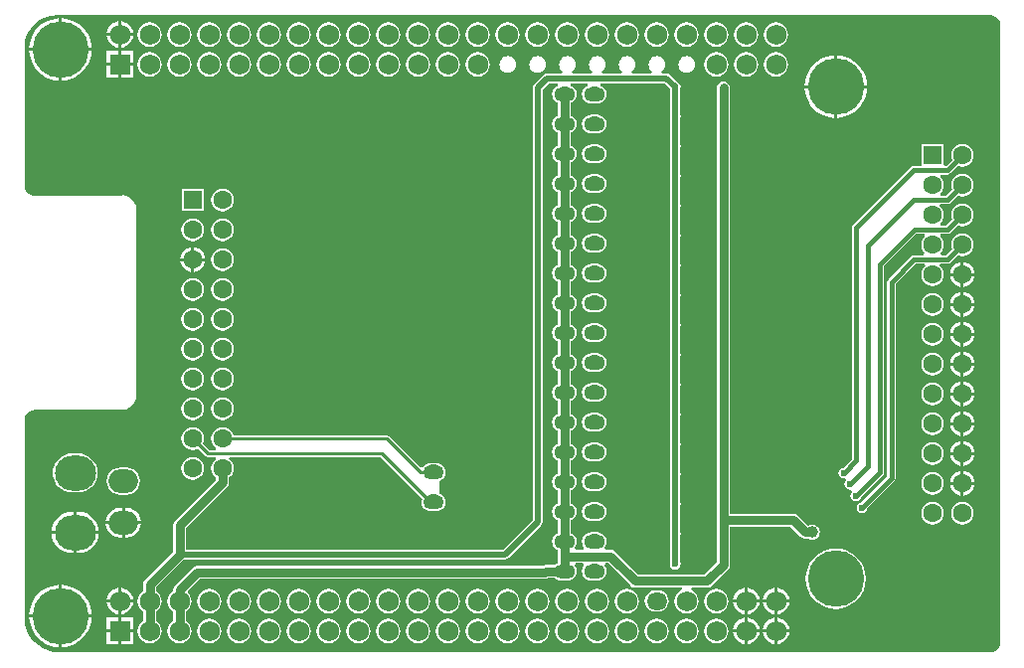
<source format=gtl>
G04*
G04 #@! TF.GenerationSoftware,Altium Limited,CircuitStudio,1.5.2 (30)*
G04*
G04 Layer_Physical_Order=1*
G04 Layer_Color=11767835*
%FSLAX44Y44*%
%MOMM*%
G71*
G01*
G75*
%ADD10C,0.7620*%
%ADD11C,0.8000*%
%ADD12C,0.5000*%
%ADD13C,0.4000*%
%ADD14C,0.2500*%
%ADD15C,1.6000*%
%ADD16R,1.6000X1.6000*%
%ADD17O,3.5000X3.0000*%
%ADD18O,2.5000X2.0000*%
%ADD19O,1.7780X1.2700*%
%ADD20R,1.7500X1.7500*%
%ADD21C,1.7500*%
%ADD22O,1.7500X1.5000*%
%ADD23C,4.8001*%
%ADD24C,4.8000*%
%ADD25O,1.7272X1.2700*%
%ADD26C,0.6000*%
%ADD27C,1.0000*%
G36*
X3954980Y2162645D02*
X3956964Y2162383D01*
X3958812Y2161618D01*
X3960400Y2160400D01*
X3961618Y2158812D01*
X3962384Y2156964D01*
X3962645Y2154980D01*
X3962662D01*
Y1627980D01*
X3962645D01*
X3962384Y1625996D01*
X3961618Y1624148D01*
X3960400Y1622560D01*
X3958813Y1621342D01*
X3956964Y1620576D01*
X3954980Y1620315D01*
Y1620298D01*
X3161080D01*
X3161051Y1620293D01*
X3156493Y1620652D01*
X3152018Y1621726D01*
X3147767Y1623486D01*
X3143844Y1625891D01*
X3140345Y1628879D01*
X3137357Y1632378D01*
X3134953Y1636301D01*
X3133192Y1640552D01*
X3132118Y1645026D01*
X3131758Y1649605D01*
X3131765Y1649613D01*
X3131765D01*
X3131768Y1651645D01*
X3132009Y1818125D01*
X3132018Y1818129D01*
X3132018D01*
X3132018Y1818129D01*
X3132308Y1820335D01*
X3133160Y1822390D01*
X3134514Y1824155D01*
X3136280Y1825510D01*
X3138335Y1826361D01*
X3140541Y1826652D01*
Y1826661D01*
X3214980D01*
Y1826600D01*
X3218184Y1827022D01*
X3221170Y1828259D01*
X3223734Y1830226D01*
X3225701Y1832790D01*
X3226938Y1835776D01*
X3227360Y1838980D01*
X3227299D01*
X3227298Y1838980D01*
Y1996980D01*
X3227360D01*
X3226938Y2000184D01*
X3225701Y2003170D01*
X3223734Y2005734D01*
X3221170Y2007701D01*
X3218184Y2008938D01*
X3214980Y2009360D01*
Y2009299D01*
X3139457Y2009298D01*
X3139440Y2009315D01*
Y2009315D01*
X3139440Y2009315D01*
X3137456Y2009576D01*
X3135608Y2010342D01*
X3134020Y2011560D01*
X3132802Y2013147D01*
X3132036Y2014996D01*
X3131775Y2016980D01*
X3131758D01*
Y2135644D01*
X3131758Y2135647D01*
X3132090Y2139871D01*
X3133080Y2143993D01*
X3134702Y2147910D01*
X3136918Y2151525D01*
X3139671Y2154749D01*
X3142895Y2157502D01*
X3146510Y2159717D01*
X3150427Y2161340D01*
X3154549Y2162329D01*
X3156787Y2162506D01*
X3156807Y2162507D01*
X3158776Y2162661D01*
X3158776D01*
X3160800Y2162661D01*
X3160807Y2162661D01*
X3160787D01*
X3160800D01*
X3954980D01*
Y2162645D01*
D02*
G37*
%LPC*%
G36*
X3177480Y1739805D02*
X3176250D01*
Y1723450D01*
X3194980D01*
X3194766Y1725618D01*
X3193763Y1728925D01*
X3192134Y1731972D01*
X3189943Y1734642D01*
X3187272Y1736834D01*
X3184225Y1738463D01*
X3180918Y1739466D01*
X3177480Y1739805D01*
D02*
G37*
G36*
X3905080Y1748236D02*
X3902594Y1747909D01*
X3900277Y1746949D01*
X3898287Y1745423D01*
X3896761Y1743433D01*
X3895801Y1741116D01*
X3895474Y1738630D01*
X3895801Y1736144D01*
X3896761Y1733827D01*
X3898287Y1731837D01*
X3900277Y1730311D01*
X3902594Y1729351D01*
X3905080Y1729024D01*
X3907566Y1729351D01*
X3909883Y1730311D01*
X3911873Y1731837D01*
X3913399Y1733827D01*
X3914359Y1736144D01*
X3914686Y1738630D01*
X3914359Y1741116D01*
X3913399Y1743433D01*
X3911873Y1745423D01*
X3909883Y1746949D01*
X3907566Y1747909D01*
X3905080Y1748236D01*
D02*
G37*
G36*
X3173710Y1739805D02*
X3172480D01*
X3169041Y1739466D01*
X3165735Y1738463D01*
X3162688Y1736834D01*
X3160017Y1734642D01*
X3157825Y1731972D01*
X3156197Y1728925D01*
X3155194Y1725618D01*
X3154980Y1723450D01*
X3173710D01*
Y1739805D01*
D02*
G37*
G36*
X3194980Y1720910D02*
X3176250D01*
Y1704555D01*
X3177480D01*
X3180918Y1704894D01*
X3184225Y1705897D01*
X3187272Y1707525D01*
X3189943Y1709717D01*
X3192134Y1712388D01*
X3193763Y1715435D01*
X3194766Y1718741D01*
X3194980Y1720910D01*
D02*
G37*
G36*
X3214710Y1729310D02*
X3200999D01*
X3201263Y1727306D01*
X3202526Y1724256D01*
X3204536Y1721636D01*
X3207156Y1719626D01*
X3210206Y1718363D01*
X3213480Y1717932D01*
X3214710D01*
Y1729310D01*
D02*
G37*
G36*
X3230961D02*
X3217250D01*
Y1717932D01*
X3218480D01*
X3221754Y1718363D01*
X3224804Y1719626D01*
X3227423Y1721636D01*
X3229434Y1724256D01*
X3230697Y1727306D01*
X3230961Y1729310D01*
D02*
G37*
G36*
X3619500Y1747842D02*
X3614420D01*
X3612365Y1747571D01*
X3610449Y1746778D01*
X3608804Y1745516D01*
X3607542Y1743871D01*
X3606748Y1741955D01*
X3606478Y1739900D01*
X3606748Y1737844D01*
X3607542Y1735929D01*
X3608804Y1734284D01*
X3610449Y1733022D01*
X3612365Y1732229D01*
X3614420Y1731958D01*
X3619500D01*
X3621555Y1732229D01*
X3623471Y1733022D01*
X3625116Y1734284D01*
X3626378Y1735929D01*
X3627171Y1737844D01*
X3627442Y1739900D01*
X3627171Y1741955D01*
X3626378Y1743871D01*
X3625116Y1745516D01*
X3623471Y1746778D01*
X3621555Y1747571D01*
X3619500Y1747842D01*
D02*
G37*
G36*
X3940944Y1762760D02*
X3931750D01*
Y1753566D01*
X3933232Y1753761D01*
X3935795Y1754823D01*
X3937997Y1756513D01*
X3939687Y1758714D01*
X3940749Y1761278D01*
X3940944Y1762760D01*
D02*
G37*
G36*
X3929210D02*
X3920016D01*
X3920211Y1761278D01*
X3921273Y1758714D01*
X3922963Y1756513D01*
X3925164Y1754823D01*
X3927728Y1753761D01*
X3929210Y1753566D01*
Y1762760D01*
D02*
G37*
G36*
X3930480Y1748236D02*
X3927993Y1747909D01*
X3925677Y1746949D01*
X3923687Y1745423D01*
X3922161Y1743433D01*
X3921201Y1741116D01*
X3920874Y1738630D01*
X3921201Y1736144D01*
X3922161Y1733827D01*
X3923687Y1731837D01*
X3925677Y1730311D01*
X3927993Y1729351D01*
X3930480Y1729024D01*
X3932966Y1729351D01*
X3935283Y1730311D01*
X3937273Y1731837D01*
X3938799Y1733827D01*
X3939759Y1736144D01*
X3940086Y1738630D01*
X3939759Y1741116D01*
X3938799Y1743433D01*
X3937273Y1745423D01*
X3935283Y1746949D01*
X3932966Y1747909D01*
X3930480Y1748236D01*
D02*
G37*
G36*
X3214710Y1743228D02*
X3213480D01*
X3210206Y1742797D01*
X3207156Y1741534D01*
X3204536Y1739523D01*
X3202526Y1736904D01*
X3201263Y1733853D01*
X3200999Y1731850D01*
X3214710D01*
Y1743228D01*
D02*
G37*
G36*
X3218480D02*
X3217250D01*
Y1731850D01*
X3230961D01*
X3230697Y1733853D01*
X3229434Y1736904D01*
X3227423Y1739523D01*
X3224804Y1741534D01*
X3221754Y1742797D01*
X3218480Y1743228D01*
D02*
G37*
G36*
X3173710Y1720910D02*
X3154980D01*
X3155194Y1718741D01*
X3156197Y1715435D01*
X3157825Y1712388D01*
X3160017Y1709717D01*
X3162688Y1707525D01*
X3165735Y1705897D01*
X3169041Y1704894D01*
X3172480Y1704555D01*
X3173710D01*
Y1720910D01*
D02*
G37*
G36*
X3721100Y1674062D02*
X3718418Y1673709D01*
X3715919Y1672674D01*
X3713772Y1671027D01*
X3712126Y1668881D01*
X3711090Y1666382D01*
X3710737Y1663700D01*
X3711090Y1661018D01*
X3712126Y1658519D01*
X3713772Y1656372D01*
X3715919Y1654726D01*
X3718418Y1653690D01*
X3721100Y1653337D01*
X3723782Y1653690D01*
X3726281Y1654726D01*
X3728427Y1656372D01*
X3730074Y1658519D01*
X3731109Y1661018D01*
X3731462Y1663700D01*
X3731109Y1666382D01*
X3730074Y1668881D01*
X3728427Y1671027D01*
X3726281Y1672674D01*
X3723782Y1673709D01*
X3721100Y1674062D01*
D02*
G37*
G36*
X3671550Y1672802D02*
X3669050D01*
X3666694Y1672492D01*
X3664499Y1671582D01*
X3662614Y1670136D01*
X3661167Y1668251D01*
X3660258Y1666056D01*
X3659948Y1663700D01*
X3660258Y1661344D01*
X3661167Y1659149D01*
X3662614Y1657264D01*
X3664499Y1655817D01*
X3666694Y1654908D01*
X3669050Y1654598D01*
X3671550D01*
X3673906Y1654908D01*
X3676101Y1655817D01*
X3677986Y1657264D01*
X3679432Y1659149D01*
X3680341Y1661344D01*
X3680652Y1663700D01*
X3680341Y1666056D01*
X3679432Y1668251D01*
X3677986Y1670136D01*
X3676101Y1671582D01*
X3673906Y1672492D01*
X3671550Y1672802D01*
D02*
G37*
G36*
X3822700Y1708397D02*
X3817696Y1707905D01*
X3812885Y1706445D01*
X3808451Y1704075D01*
X3804564Y1700885D01*
X3801375Y1696999D01*
X3799005Y1692565D01*
X3797545Y1687753D01*
X3797052Y1682750D01*
X3797545Y1677746D01*
X3799005Y1672935D01*
X3801375Y1668501D01*
X3804564Y1664614D01*
X3808451Y1661425D01*
X3812885Y1659055D01*
X3817696Y1657595D01*
X3822700Y1657102D01*
X3827704Y1657595D01*
X3832515Y1659055D01*
X3836949Y1661425D01*
X3840835Y1664614D01*
X3844025Y1668501D01*
X3846395Y1672935D01*
X3847855Y1677746D01*
X3848347Y1682750D01*
X3847855Y1687753D01*
X3846395Y1692565D01*
X3844025Y1696999D01*
X3840835Y1700885D01*
X3836949Y1704075D01*
X3832515Y1706445D01*
X3827704Y1707905D01*
X3822700Y1708397D01*
D02*
G37*
G36*
X3594100Y1674062D02*
X3591418Y1673709D01*
X3588918Y1672674D01*
X3586772Y1671027D01*
X3585126Y1668881D01*
X3584090Y1666382D01*
X3583737Y1663700D01*
X3584090Y1661018D01*
X3585126Y1658519D01*
X3586772Y1656372D01*
X3588918Y1654726D01*
X3591418Y1653690D01*
X3594100Y1653337D01*
X3596782Y1653690D01*
X3599281Y1654726D01*
X3601427Y1656372D01*
X3603074Y1658519D01*
X3604109Y1661018D01*
X3604463Y1663700D01*
X3604109Y1666382D01*
X3603074Y1668881D01*
X3601427Y1671027D01*
X3599281Y1672674D01*
X3596782Y1673709D01*
X3594100Y1674062D01*
D02*
G37*
G36*
X3619500D02*
X3616818Y1673709D01*
X3614319Y1672674D01*
X3612173Y1671027D01*
X3610526Y1668881D01*
X3609490Y1666382D01*
X3609137Y1663700D01*
X3609490Y1661018D01*
X3610526Y1658519D01*
X3612173Y1656372D01*
X3614319Y1654726D01*
X3616818Y1653690D01*
X3619500Y1653337D01*
X3622182Y1653690D01*
X3624681Y1654726D01*
X3626827Y1656372D01*
X3628474Y1658519D01*
X3629509Y1661018D01*
X3629862Y1663700D01*
X3629509Y1666382D01*
X3628474Y1668881D01*
X3626827Y1671027D01*
X3624681Y1672674D01*
X3622182Y1673709D01*
X3619500Y1674062D01*
D02*
G37*
G36*
X3644900D02*
X3642218Y1673709D01*
X3639719Y1672674D01*
X3637572Y1671027D01*
X3635926Y1668881D01*
X3634890Y1666382D01*
X3634537Y1663700D01*
X3634890Y1661018D01*
X3635926Y1658519D01*
X3637572Y1656372D01*
X3639719Y1654726D01*
X3642218Y1653690D01*
X3644900Y1653337D01*
X3647582Y1653690D01*
X3650081Y1654726D01*
X3652227Y1656372D01*
X3653874Y1658519D01*
X3654909Y1661018D01*
X3655262Y1663700D01*
X3654909Y1666382D01*
X3653874Y1668881D01*
X3652227Y1671027D01*
X3650081Y1672674D01*
X3647582Y1673709D01*
X3644900Y1674062D01*
D02*
G37*
G36*
X3747770Y1674920D02*
Y1664970D01*
X3757720D01*
X3757499Y1666647D01*
X3756362Y1669394D01*
X3754552Y1671752D01*
X3752194Y1673562D01*
X3749447Y1674699D01*
X3747770Y1674920D01*
D02*
G37*
G36*
X3770630D02*
X3768953Y1674699D01*
X3766206Y1673562D01*
X3763848Y1671752D01*
X3762038Y1669394D01*
X3760901Y1666647D01*
X3760680Y1664970D01*
X3770630D01*
Y1674920D01*
D02*
G37*
G36*
X3773170D02*
Y1664970D01*
X3783120D01*
X3782899Y1666647D01*
X3781762Y1669394D01*
X3779952Y1671752D01*
X3777594Y1673562D01*
X3774847Y1674699D01*
X3773170Y1674920D01*
D02*
G37*
G36*
X3211830D02*
X3210153Y1674699D01*
X3207406Y1673562D01*
X3205048Y1671752D01*
X3203238Y1669394D01*
X3202101Y1666647D01*
X3201880Y1664970D01*
X3211830D01*
Y1674920D01*
D02*
G37*
G36*
X3214370D02*
Y1664970D01*
X3224320D01*
X3224099Y1666647D01*
X3222962Y1669394D01*
X3221152Y1671752D01*
X3218794Y1673562D01*
X3216047Y1674699D01*
X3214370Y1674920D01*
D02*
G37*
G36*
X3745230D02*
X3743553Y1674699D01*
X3740806Y1673562D01*
X3738448Y1671752D01*
X3736638Y1669394D01*
X3735500Y1666647D01*
X3735280Y1664970D01*
X3745230D01*
Y1674920D01*
D02*
G37*
G36*
X3218480Y1777603D02*
X3213480D01*
X3210471Y1777207D01*
X3207668Y1776046D01*
X3205261Y1774199D01*
X3203414Y1771792D01*
X3202253Y1768988D01*
X3201856Y1765980D01*
X3202253Y1762971D01*
X3203414Y1760168D01*
X3205261Y1757761D01*
X3207668Y1755914D01*
X3210471Y1754753D01*
X3213480Y1754356D01*
X3218480D01*
X3221488Y1754753D01*
X3224292Y1755914D01*
X3226699Y1757761D01*
X3228546Y1760168D01*
X3229707Y1762971D01*
X3230103Y1765980D01*
X3229707Y1768988D01*
X3228546Y1771792D01*
X3226699Y1774199D01*
X3224292Y1776046D01*
X3221488Y1777207D01*
X3218480Y1777603D01*
D02*
G37*
G36*
X3929210Y1825294D02*
X3927728Y1825099D01*
X3925164Y1824037D01*
X3922963Y1822347D01*
X3921273Y1820145D01*
X3920211Y1817581D01*
X3920016Y1816100D01*
X3929210D01*
Y1825294D01*
D02*
G37*
G36*
X3931750Y1825294D02*
Y1816100D01*
X3940944D01*
X3940749Y1817581D01*
X3939687Y1820145D01*
X3937997Y1822347D01*
X3935795Y1824037D01*
X3933232Y1825099D01*
X3931750Y1825294D01*
D02*
G37*
G36*
X3275080Y1837136D02*
X3272594Y1836809D01*
X3270277Y1835849D01*
X3268287Y1834323D01*
X3266761Y1832333D01*
X3265801Y1830016D01*
X3265474Y1827530D01*
X3265801Y1825044D01*
X3266761Y1822727D01*
X3268287Y1820737D01*
X3270277Y1819211D01*
X3272594Y1818251D01*
X3275080Y1817924D01*
X3277566Y1818251D01*
X3279883Y1819211D01*
X3281872Y1820737D01*
X3283399Y1822727D01*
X3284359Y1825044D01*
X3284686Y1827530D01*
X3284359Y1830016D01*
X3283399Y1832333D01*
X3281872Y1834323D01*
X3279883Y1835849D01*
X3277566Y1836809D01*
X3275080Y1837136D01*
D02*
G37*
G36*
X3929210Y1813560D02*
X3920016D01*
X3920211Y1812078D01*
X3921273Y1809514D01*
X3922963Y1807313D01*
X3925164Y1805623D01*
X3927728Y1804561D01*
X3929210Y1804366D01*
Y1813560D01*
D02*
G37*
G36*
X3905080Y1824436D02*
X3902594Y1824109D01*
X3900277Y1823149D01*
X3898287Y1821622D01*
X3896761Y1819633D01*
X3895801Y1817316D01*
X3895474Y1814830D01*
X3895801Y1812344D01*
X3896761Y1810027D01*
X3898287Y1808037D01*
X3900277Y1806511D01*
X3902594Y1805551D01*
X3905080Y1805224D01*
X3907566Y1805551D01*
X3909883Y1806511D01*
X3911873Y1808037D01*
X3913399Y1810027D01*
X3914359Y1812344D01*
X3914686Y1814830D01*
X3914359Y1817316D01*
X3913399Y1819633D01*
X3911873Y1821622D01*
X3909883Y1823149D01*
X3907566Y1824109D01*
X3905080Y1824436D01*
D02*
G37*
G36*
X3619500Y1824042D02*
X3614420D01*
X3612365Y1823771D01*
X3610449Y1822978D01*
X3608804Y1821716D01*
X3607542Y1820071D01*
X3606748Y1818155D01*
X3606478Y1816100D01*
X3606748Y1814044D01*
X3607542Y1812129D01*
X3608804Y1810484D01*
X3610449Y1809222D01*
X3612365Y1808428D01*
X3614420Y1808158D01*
X3619500D01*
X3621555Y1808428D01*
X3623471Y1809222D01*
X3625116Y1810484D01*
X3626378Y1812129D01*
X3627171Y1814044D01*
X3627442Y1816100D01*
X3627171Y1818155D01*
X3626378Y1820071D01*
X3625116Y1821716D01*
X3623471Y1822978D01*
X3621555Y1823771D01*
X3619500Y1824042D01*
D02*
G37*
G36*
X3905080Y1849836D02*
X3902594Y1849509D01*
X3900277Y1848549D01*
X3898287Y1847023D01*
X3896761Y1845033D01*
X3895801Y1842716D01*
X3895474Y1840230D01*
X3895801Y1837744D01*
X3896761Y1835427D01*
X3898287Y1833437D01*
X3900277Y1831911D01*
X3902594Y1830951D01*
X3905080Y1830624D01*
X3907566Y1830951D01*
X3909883Y1831911D01*
X3911873Y1833437D01*
X3913399Y1835427D01*
X3914359Y1837744D01*
X3914686Y1840230D01*
X3914359Y1842716D01*
X3913399Y1845033D01*
X3911873Y1847023D01*
X3909883Y1848549D01*
X3907566Y1849509D01*
X3905080Y1849836D01*
D02*
G37*
G36*
X3619500Y1849442D02*
X3614420D01*
X3612365Y1849171D01*
X3610449Y1848378D01*
X3608804Y1847116D01*
X3607542Y1845471D01*
X3606748Y1843555D01*
X3606478Y1841500D01*
X3606748Y1839444D01*
X3607542Y1837529D01*
X3608804Y1835884D01*
X3610449Y1834622D01*
X3612365Y1833828D01*
X3614420Y1833558D01*
X3619500D01*
X3621555Y1833828D01*
X3623471Y1834622D01*
X3625116Y1835884D01*
X3626378Y1837529D01*
X3627171Y1839444D01*
X3627442Y1841500D01*
X3627171Y1843555D01*
X3626378Y1845471D01*
X3625116Y1847116D01*
X3623471Y1848378D01*
X3621555Y1849171D01*
X3619500Y1849442D01*
D02*
G37*
G36*
X3929210Y1850694D02*
X3927728Y1850499D01*
X3925164Y1849436D01*
X3922963Y1847747D01*
X3921273Y1845545D01*
X3920211Y1842981D01*
X3920016Y1841500D01*
X3929210D01*
Y1850694D01*
D02*
G37*
G36*
X3300480Y1837136D02*
X3297993Y1836809D01*
X3295677Y1835849D01*
X3293687Y1834323D01*
X3292161Y1832333D01*
X3291201Y1830016D01*
X3290874Y1827530D01*
X3291201Y1825044D01*
X3292161Y1822727D01*
X3293687Y1820737D01*
X3295677Y1819211D01*
X3297993Y1818251D01*
X3300480Y1817924D01*
X3302966Y1818251D01*
X3305283Y1819211D01*
X3307272Y1820737D01*
X3308799Y1822727D01*
X3309759Y1825044D01*
X3310086Y1827530D01*
X3309759Y1830016D01*
X3308799Y1832333D01*
X3307272Y1834323D01*
X3305283Y1835849D01*
X3302966Y1836809D01*
X3300480Y1837136D01*
D02*
G37*
G36*
X3940944Y1838960D02*
X3931750D01*
Y1829766D01*
X3933232Y1829961D01*
X3935795Y1831023D01*
X3937997Y1832713D01*
X3939687Y1834914D01*
X3940749Y1837478D01*
X3940944Y1838960D01*
D02*
G37*
G36*
X3929210D02*
X3920016D01*
X3920211Y1837478D01*
X3921273Y1834914D01*
X3922963Y1832713D01*
X3925164Y1831023D01*
X3927728Y1829961D01*
X3929210Y1829766D01*
Y1838960D01*
D02*
G37*
G36*
X3940944Y1813560D02*
X3931750D01*
Y1804366D01*
X3933232Y1804561D01*
X3935795Y1805623D01*
X3937997Y1807313D01*
X3939687Y1809514D01*
X3940749Y1812078D01*
X3940944Y1813560D01*
D02*
G37*
G36*
X3929210Y1774494D02*
X3927728Y1774299D01*
X3925164Y1773237D01*
X3922963Y1771547D01*
X3921273Y1769345D01*
X3920211Y1766781D01*
X3920016Y1765300D01*
X3929210D01*
Y1774494D01*
D02*
G37*
G36*
X3931750Y1774494D02*
Y1765300D01*
X3940944D01*
X3940749Y1766781D01*
X3939687Y1769345D01*
X3937997Y1771547D01*
X3935795Y1773237D01*
X3933232Y1774299D01*
X3931750Y1774494D01*
D02*
G37*
G36*
X3275080Y1786336D02*
X3272594Y1786009D01*
X3270277Y1785049D01*
X3268287Y1783522D01*
X3266761Y1781533D01*
X3265801Y1779216D01*
X3265474Y1776730D01*
X3265801Y1774244D01*
X3266761Y1771927D01*
X3268287Y1769937D01*
X3270277Y1768411D01*
X3272594Y1767451D01*
X3275080Y1767124D01*
X3277566Y1767451D01*
X3279883Y1768411D01*
X3281872Y1769937D01*
X3283399Y1771927D01*
X3284359Y1774244D01*
X3284686Y1776730D01*
X3284359Y1779216D01*
X3283399Y1781533D01*
X3281872Y1783522D01*
X3279883Y1785049D01*
X3277566Y1786009D01*
X3275080Y1786336D01*
D02*
G37*
G36*
X3905080Y1773636D02*
X3902594Y1773309D01*
X3900277Y1772349D01*
X3898287Y1770822D01*
X3896761Y1768833D01*
X3895801Y1766516D01*
X3895474Y1764030D01*
X3895801Y1761544D01*
X3896761Y1759227D01*
X3898287Y1757237D01*
X3900277Y1755711D01*
X3902594Y1754751D01*
X3905080Y1754424D01*
X3907566Y1754751D01*
X3909883Y1755711D01*
X3911873Y1757237D01*
X3913399Y1759227D01*
X3914359Y1761544D01*
X3914686Y1764030D01*
X3914359Y1766516D01*
X3913399Y1768833D01*
X3911873Y1770822D01*
X3909883Y1772349D01*
X3907566Y1773309D01*
X3905080Y1773636D01*
D02*
G37*
G36*
X3177480Y1789584D02*
X3172480D01*
X3169241Y1789265D01*
X3166126Y1788320D01*
X3163255Y1786786D01*
X3160739Y1784721D01*
X3158674Y1782204D01*
X3157140Y1779334D01*
X3156195Y1776219D01*
X3155876Y1772980D01*
X3156195Y1769741D01*
X3157140Y1766626D01*
X3158674Y1763755D01*
X3160739Y1761239D01*
X3163255Y1759174D01*
X3166126Y1757640D01*
X3169241Y1756695D01*
X3172480Y1756376D01*
X3177480D01*
X3180719Y1756695D01*
X3183834Y1757640D01*
X3186704Y1759174D01*
X3189221Y1761239D01*
X3191286Y1763755D01*
X3192820Y1766626D01*
X3193765Y1769741D01*
X3194084Y1772980D01*
X3193765Y1776219D01*
X3192820Y1779334D01*
X3191286Y1782204D01*
X3189221Y1784721D01*
X3186704Y1786786D01*
X3183834Y1788320D01*
X3180719Y1789265D01*
X3177480Y1789584D01*
D02*
G37*
G36*
X3619500Y1773242D02*
X3614420D01*
X3612365Y1772971D01*
X3610449Y1772178D01*
X3608804Y1770916D01*
X3607542Y1769271D01*
X3606748Y1767355D01*
X3606478Y1765300D01*
X3606748Y1763244D01*
X3607542Y1761329D01*
X3608804Y1759684D01*
X3610449Y1758422D01*
X3612365Y1757628D01*
X3614420Y1757358D01*
X3619500D01*
X3621555Y1757628D01*
X3623471Y1758422D01*
X3625116Y1759684D01*
X3626378Y1761329D01*
X3627171Y1763244D01*
X3627442Y1765300D01*
X3627171Y1767355D01*
X3626378Y1769271D01*
X3625116Y1770916D01*
X3623471Y1772178D01*
X3621555Y1772971D01*
X3619500Y1773242D01*
D02*
G37*
G36*
Y1798642D02*
X3614420D01*
X3612365Y1798371D01*
X3610449Y1797578D01*
X3608804Y1796316D01*
X3607542Y1794671D01*
X3606748Y1792755D01*
X3606478Y1790700D01*
X3606748Y1788644D01*
X3607542Y1786729D01*
X3608804Y1785084D01*
X3610449Y1783822D01*
X3612365Y1783029D01*
X3614420Y1782758D01*
X3619500D01*
X3621555Y1783029D01*
X3623471Y1783822D01*
X3625116Y1785084D01*
X3626378Y1786729D01*
X3627171Y1788644D01*
X3627442Y1790700D01*
X3627171Y1792755D01*
X3626378Y1794671D01*
X3625116Y1796316D01*
X3623471Y1797578D01*
X3621555Y1798371D01*
X3619500Y1798642D01*
D02*
G37*
G36*
X3929210Y1799894D02*
X3927728Y1799699D01*
X3925164Y1798636D01*
X3922963Y1796947D01*
X3921273Y1794745D01*
X3920211Y1792181D01*
X3920016Y1790700D01*
X3929210D01*
Y1799894D01*
D02*
G37*
G36*
X3931750Y1799894D02*
Y1790700D01*
X3940944D01*
X3940749Y1792181D01*
X3939687Y1794745D01*
X3937997Y1796947D01*
X3935795Y1798636D01*
X3933232Y1799699D01*
X3931750Y1799894D01*
D02*
G37*
G36*
X3940944Y1788160D02*
X3931750D01*
Y1778966D01*
X3933232Y1779161D01*
X3935795Y1780223D01*
X3937997Y1781913D01*
X3939687Y1784114D01*
X3940749Y1786678D01*
X3940944Y1788160D01*
D02*
G37*
G36*
X3929210D02*
X3920016D01*
X3920211Y1786678D01*
X3921273Y1784114D01*
X3922963Y1781913D01*
X3925164Y1780223D01*
X3927728Y1779161D01*
X3929210Y1778966D01*
Y1788160D01*
D02*
G37*
G36*
X3905080Y1799036D02*
X3902594Y1798709D01*
X3900277Y1797749D01*
X3898287Y1796223D01*
X3896761Y1794233D01*
X3895801Y1791916D01*
X3895474Y1789430D01*
X3895801Y1786944D01*
X3896761Y1784627D01*
X3898287Y1782637D01*
X3900277Y1781111D01*
X3902594Y1780151D01*
X3905080Y1779824D01*
X3907566Y1780151D01*
X3909883Y1781111D01*
X3911873Y1782637D01*
X3913399Y1784627D01*
X3914359Y1786944D01*
X3914686Y1789430D01*
X3914359Y1791916D01*
X3913399Y1794233D01*
X3911873Y1796223D01*
X3909883Y1797749D01*
X3907566Y1798709D01*
X3905080Y1799036D01*
D02*
G37*
G36*
X3492500Y1648663D02*
X3489818Y1648309D01*
X3487319Y1647274D01*
X3485172Y1645627D01*
X3483526Y1643481D01*
X3482490Y1640982D01*
X3482137Y1638300D01*
X3482490Y1635618D01*
X3483526Y1633119D01*
X3485172Y1630972D01*
X3487319Y1629326D01*
X3489818Y1628290D01*
X3492500Y1627937D01*
X3495182Y1628290D01*
X3497681Y1629326D01*
X3499827Y1630972D01*
X3501474Y1633119D01*
X3502509Y1635618D01*
X3502863Y1638300D01*
X3502509Y1640982D01*
X3501474Y1643481D01*
X3499827Y1645627D01*
X3497681Y1647274D01*
X3495182Y1648309D01*
X3492500Y1648663D01*
D02*
G37*
G36*
X3517900D02*
X3515218Y1648309D01*
X3512719Y1647274D01*
X3510573Y1645627D01*
X3508925Y1643481D01*
X3507890Y1640982D01*
X3507537Y1638300D01*
X3507890Y1635618D01*
X3508925Y1633119D01*
X3510573Y1630972D01*
X3512719Y1629326D01*
X3515218Y1628290D01*
X3517900Y1627937D01*
X3520582Y1628290D01*
X3523081Y1629326D01*
X3525227Y1630972D01*
X3526874Y1633119D01*
X3527910Y1635618D01*
X3528263Y1638300D01*
X3527910Y1640982D01*
X3526874Y1643481D01*
X3525227Y1645627D01*
X3523081Y1647274D01*
X3520582Y1648309D01*
X3517900Y1648663D01*
D02*
G37*
G36*
X3543300D02*
X3540618Y1648309D01*
X3538119Y1647274D01*
X3535972Y1645627D01*
X3534326Y1643481D01*
X3533290Y1640982D01*
X3532937Y1638300D01*
X3533290Y1635618D01*
X3534326Y1633119D01*
X3535972Y1630972D01*
X3538119Y1629326D01*
X3540618Y1628290D01*
X3543300Y1627937D01*
X3545982Y1628290D01*
X3548481Y1629326D01*
X3550627Y1630972D01*
X3552274Y1633119D01*
X3553309Y1635618D01*
X3553662Y1638300D01*
X3553309Y1640982D01*
X3552274Y1643481D01*
X3550627Y1645627D01*
X3548481Y1647274D01*
X3545982Y1648309D01*
X3543300Y1648663D01*
D02*
G37*
G36*
X3416300D02*
X3413618Y1648309D01*
X3411118Y1647274D01*
X3408972Y1645627D01*
X3407326Y1643481D01*
X3406290Y1640982D01*
X3405937Y1638300D01*
X3406290Y1635618D01*
X3407326Y1633119D01*
X3408972Y1630972D01*
X3411118Y1629326D01*
X3413618Y1628290D01*
X3416300Y1627937D01*
X3418982Y1628290D01*
X3421481Y1629326D01*
X3423627Y1630972D01*
X3425274Y1633119D01*
X3426310Y1635618D01*
X3426663Y1638300D01*
X3426310Y1640982D01*
X3425274Y1643481D01*
X3423627Y1645627D01*
X3421481Y1647274D01*
X3418982Y1648309D01*
X3416300Y1648663D01*
D02*
G37*
G36*
X3441700D02*
X3439018Y1648309D01*
X3436519Y1647274D01*
X3434372Y1645627D01*
X3432726Y1643481D01*
X3431690Y1640982D01*
X3431337Y1638300D01*
X3431690Y1635618D01*
X3432726Y1633119D01*
X3434372Y1630972D01*
X3436519Y1629326D01*
X3439018Y1628290D01*
X3441700Y1627937D01*
X3444382Y1628290D01*
X3446881Y1629326D01*
X3449027Y1630972D01*
X3450674Y1633119D01*
X3451709Y1635618D01*
X3452062Y1638300D01*
X3451709Y1640982D01*
X3450674Y1643481D01*
X3449027Y1645627D01*
X3446881Y1647274D01*
X3444382Y1648309D01*
X3441700Y1648663D01*
D02*
G37*
G36*
X3467100D02*
X3464418Y1648309D01*
X3461919Y1647274D01*
X3459772Y1645627D01*
X3458126Y1643481D01*
X3457090Y1640982D01*
X3456737Y1638300D01*
X3457090Y1635618D01*
X3458126Y1633119D01*
X3459772Y1630972D01*
X3461919Y1629326D01*
X3464418Y1628290D01*
X3467100Y1627937D01*
X3469782Y1628290D01*
X3472281Y1629326D01*
X3474427Y1630972D01*
X3476074Y1633119D01*
X3477109Y1635618D01*
X3477462Y1638300D01*
X3477109Y1640982D01*
X3476074Y1643481D01*
X3474427Y1645627D01*
X3472281Y1647274D01*
X3469782Y1648309D01*
X3467100Y1648663D01*
D02*
G37*
G36*
X3568700D02*
X3566018Y1648309D01*
X3563519Y1647274D01*
X3561372Y1645627D01*
X3559726Y1643481D01*
X3558690Y1640982D01*
X3558337Y1638300D01*
X3558690Y1635618D01*
X3559726Y1633119D01*
X3561372Y1630972D01*
X3563519Y1629326D01*
X3566018Y1628290D01*
X3568700Y1627937D01*
X3571382Y1628290D01*
X3573881Y1629326D01*
X3576028Y1630972D01*
X3577674Y1633119D01*
X3578709Y1635618D01*
X3579062Y1638300D01*
X3578709Y1640982D01*
X3577674Y1643481D01*
X3576028Y1645627D01*
X3573881Y1647274D01*
X3571382Y1648309D01*
X3568700Y1648663D01*
D02*
G37*
G36*
X3670300D02*
X3667618Y1648309D01*
X3665119Y1647274D01*
X3662972Y1645627D01*
X3661326Y1643481D01*
X3660290Y1640982D01*
X3659937Y1638300D01*
X3660290Y1635618D01*
X3661326Y1633119D01*
X3662972Y1630972D01*
X3665119Y1629326D01*
X3667618Y1628290D01*
X3670300Y1627937D01*
X3672982Y1628290D01*
X3675481Y1629326D01*
X3677627Y1630972D01*
X3679274Y1633119D01*
X3680309Y1635618D01*
X3680663Y1638300D01*
X3680309Y1640982D01*
X3679274Y1643481D01*
X3677627Y1645627D01*
X3675481Y1647274D01*
X3672982Y1648309D01*
X3670300Y1648663D01*
D02*
G37*
G36*
X3695700D02*
X3693018Y1648309D01*
X3690518Y1647274D01*
X3688372Y1645627D01*
X3686725Y1643481D01*
X3685690Y1640982D01*
X3685337Y1638300D01*
X3685690Y1635618D01*
X3686725Y1633119D01*
X3688372Y1630972D01*
X3690518Y1629326D01*
X3693018Y1628290D01*
X3695700Y1627937D01*
X3698382Y1628290D01*
X3700881Y1629326D01*
X3703027Y1630972D01*
X3704674Y1633119D01*
X3705710Y1635618D01*
X3706063Y1638300D01*
X3705710Y1640982D01*
X3704674Y1643481D01*
X3703027Y1645627D01*
X3700881Y1647274D01*
X3698382Y1648309D01*
X3695700Y1648663D01*
D02*
G37*
G36*
X3721100D02*
X3718418Y1648309D01*
X3715919Y1647274D01*
X3713772Y1645627D01*
X3712126Y1643481D01*
X3711090Y1640982D01*
X3710737Y1638300D01*
X3711090Y1635618D01*
X3712126Y1633119D01*
X3713772Y1630972D01*
X3715919Y1629326D01*
X3718418Y1628290D01*
X3721100Y1627937D01*
X3723782Y1628290D01*
X3726281Y1629326D01*
X3728427Y1630972D01*
X3730074Y1633119D01*
X3731109Y1635618D01*
X3731462Y1638300D01*
X3731109Y1640982D01*
X3730074Y1643481D01*
X3728427Y1645627D01*
X3726281Y1647274D01*
X3723782Y1648309D01*
X3721100Y1648663D01*
D02*
G37*
G36*
X3594100D02*
X3591418Y1648309D01*
X3588918Y1647274D01*
X3586772Y1645627D01*
X3585126Y1643481D01*
X3584090Y1640982D01*
X3583737Y1638300D01*
X3584090Y1635618D01*
X3585126Y1633119D01*
X3586772Y1630972D01*
X3588918Y1629326D01*
X3591418Y1628290D01*
X3594100Y1627937D01*
X3596782Y1628290D01*
X3599281Y1629326D01*
X3601427Y1630972D01*
X3603074Y1633119D01*
X3604109Y1635618D01*
X3604463Y1638300D01*
X3604109Y1640982D01*
X3603074Y1643481D01*
X3601427Y1645627D01*
X3599281Y1647274D01*
X3596782Y1648309D01*
X3594100Y1648663D01*
D02*
G37*
G36*
X3619500D02*
X3616818Y1648309D01*
X3614319Y1647274D01*
X3612173Y1645627D01*
X3610526Y1643481D01*
X3609490Y1640982D01*
X3609137Y1638300D01*
X3609490Y1635618D01*
X3610526Y1633119D01*
X3612173Y1630972D01*
X3614319Y1629326D01*
X3616818Y1628290D01*
X3619500Y1627937D01*
X3622182Y1628290D01*
X3624681Y1629326D01*
X3626827Y1630972D01*
X3628474Y1633119D01*
X3629509Y1635618D01*
X3629862Y1638300D01*
X3629509Y1640982D01*
X3628474Y1643481D01*
X3626827Y1645627D01*
X3624681Y1647274D01*
X3622182Y1648309D01*
X3619500Y1648663D01*
D02*
G37*
G36*
X3644900D02*
X3642218Y1648309D01*
X3639719Y1647274D01*
X3637572Y1645627D01*
X3635926Y1643481D01*
X3634890Y1640982D01*
X3634537Y1638300D01*
X3634890Y1635618D01*
X3635926Y1633119D01*
X3637572Y1630972D01*
X3639719Y1629326D01*
X3642218Y1628290D01*
X3644900Y1627937D01*
X3647582Y1628290D01*
X3650081Y1629326D01*
X3652227Y1630972D01*
X3653874Y1633119D01*
X3654909Y1635618D01*
X3655262Y1638300D01*
X3654909Y1640982D01*
X3653874Y1643481D01*
X3652227Y1645627D01*
X3650081Y1647274D01*
X3647582Y1648309D01*
X3644900Y1648663D01*
D02*
G37*
G36*
X3224390Y1637030D02*
X3214370D01*
Y1627010D01*
X3224390D01*
Y1637030D01*
D02*
G37*
G36*
X3745230D02*
X3735280D01*
X3735500Y1635353D01*
X3736638Y1632606D01*
X3738448Y1630248D01*
X3740806Y1628438D01*
X3743553Y1627301D01*
X3745230Y1627080D01*
Y1637030D01*
D02*
G37*
G36*
X3757720D02*
X3747770D01*
Y1627080D01*
X3749447Y1627301D01*
X3752194Y1628438D01*
X3754552Y1630248D01*
X3756362Y1632606D01*
X3757499Y1635353D01*
X3757720Y1637030D01*
D02*
G37*
G36*
X3161030Y1649730D02*
X3135777D01*
X3136005Y1646835D01*
X3136980Y1642773D01*
X3138579Y1638914D01*
X3140762Y1635352D01*
X3143475Y1632175D01*
X3146652Y1629462D01*
X3150214Y1627279D01*
X3154073Y1625680D01*
X3158135Y1624705D01*
X3161030Y1624477D01*
Y1649730D01*
D02*
G37*
G36*
X3188823D02*
X3163570D01*
Y1624477D01*
X3166465Y1624705D01*
X3170527Y1625680D01*
X3174386Y1627279D01*
X3177948Y1629462D01*
X3181125Y1632175D01*
X3183838Y1635352D01*
X3186021Y1638914D01*
X3187619Y1642773D01*
X3188595Y1646835D01*
X3188823Y1649730D01*
D02*
G37*
G36*
X3211830Y1637030D02*
X3201810D01*
Y1627010D01*
X3211830D01*
Y1637030D01*
D02*
G37*
G36*
X3770630D02*
X3760680D01*
X3760901Y1635353D01*
X3762038Y1632606D01*
X3763848Y1630248D01*
X3766206Y1628438D01*
X3768953Y1627301D01*
X3770630Y1627080D01*
Y1637030D01*
D02*
G37*
G36*
X3340100Y1648663D02*
X3337418Y1648309D01*
X3334919Y1647274D01*
X3332773Y1645627D01*
X3331125Y1643481D01*
X3330090Y1640982D01*
X3329737Y1638300D01*
X3330090Y1635618D01*
X3331125Y1633119D01*
X3332773Y1630972D01*
X3334919Y1629326D01*
X3337418Y1628290D01*
X3340100Y1627937D01*
X3342782Y1628290D01*
X3345281Y1629326D01*
X3347427Y1630972D01*
X3349074Y1633119D01*
X3350109Y1635618D01*
X3350463Y1638300D01*
X3350109Y1640982D01*
X3349074Y1643481D01*
X3347427Y1645627D01*
X3345281Y1647274D01*
X3342782Y1648309D01*
X3340100Y1648663D01*
D02*
G37*
G36*
X3365500D02*
X3362818Y1648309D01*
X3360319Y1647274D01*
X3358172Y1645627D01*
X3356526Y1643481D01*
X3355490Y1640982D01*
X3355137Y1638300D01*
X3355490Y1635618D01*
X3356526Y1633119D01*
X3358172Y1630972D01*
X3360319Y1629326D01*
X3362818Y1628290D01*
X3365500Y1627937D01*
X3368182Y1628290D01*
X3370681Y1629326D01*
X3372827Y1630972D01*
X3374474Y1633119D01*
X3375509Y1635618D01*
X3375862Y1638300D01*
X3375509Y1640982D01*
X3374474Y1643481D01*
X3372827Y1645627D01*
X3370681Y1647274D01*
X3368182Y1648309D01*
X3365500Y1648663D01*
D02*
G37*
G36*
X3390900D02*
X3388218Y1648309D01*
X3385719Y1647274D01*
X3383572Y1645627D01*
X3381926Y1643481D01*
X3380890Y1640982D01*
X3380537Y1638300D01*
X3380890Y1635618D01*
X3381926Y1633119D01*
X3383572Y1630972D01*
X3385719Y1629326D01*
X3388218Y1628290D01*
X3390900Y1627937D01*
X3393582Y1628290D01*
X3396081Y1629326D01*
X3398228Y1630972D01*
X3399874Y1633119D01*
X3400909Y1635618D01*
X3401263Y1638300D01*
X3400909Y1640982D01*
X3399874Y1643481D01*
X3398228Y1645627D01*
X3396081Y1647274D01*
X3393582Y1648309D01*
X3390900Y1648663D01*
D02*
G37*
G36*
X3783120Y1637030D02*
X3773170D01*
Y1627080D01*
X3774847Y1627301D01*
X3777594Y1628438D01*
X3779952Y1630248D01*
X3781762Y1632606D01*
X3782899Y1635353D01*
X3783120Y1637030D01*
D02*
G37*
G36*
X3289300Y1648663D02*
X3286618Y1648309D01*
X3284119Y1647274D01*
X3281972Y1645627D01*
X3280326Y1643481D01*
X3279290Y1640982D01*
X3278937Y1638300D01*
X3279290Y1635618D01*
X3280326Y1633119D01*
X3281972Y1630972D01*
X3284119Y1629326D01*
X3286618Y1628290D01*
X3289300Y1627937D01*
X3291982Y1628290D01*
X3294481Y1629326D01*
X3296628Y1630972D01*
X3298274Y1633119D01*
X3299309Y1635618D01*
X3299662Y1638300D01*
X3299309Y1640982D01*
X3298274Y1643481D01*
X3296628Y1645627D01*
X3294481Y1647274D01*
X3291982Y1648309D01*
X3289300Y1648663D01*
D02*
G37*
G36*
X3314700D02*
X3312018Y1648309D01*
X3309519Y1647274D01*
X3307372Y1645627D01*
X3305726Y1643481D01*
X3304690Y1640982D01*
X3304337Y1638300D01*
X3304690Y1635618D01*
X3305726Y1633119D01*
X3307372Y1630972D01*
X3309519Y1629326D01*
X3312018Y1628290D01*
X3314700Y1627937D01*
X3317382Y1628290D01*
X3319881Y1629326D01*
X3322027Y1630972D01*
X3323674Y1633119D01*
X3324709Y1635618D01*
X3325063Y1638300D01*
X3324709Y1640982D01*
X3323674Y1643481D01*
X3322027Y1645627D01*
X3319881Y1647274D01*
X3317382Y1648309D01*
X3314700Y1648663D01*
D02*
G37*
G36*
X3340100Y1674062D02*
X3337418Y1673709D01*
X3334919Y1672674D01*
X3332773Y1671027D01*
X3331125Y1668881D01*
X3330090Y1666382D01*
X3329737Y1663700D01*
X3330090Y1661018D01*
X3331125Y1658519D01*
X3332773Y1656372D01*
X3334919Y1654726D01*
X3337418Y1653690D01*
X3340100Y1653337D01*
X3342782Y1653690D01*
X3345281Y1654726D01*
X3347427Y1656372D01*
X3349074Y1658519D01*
X3350109Y1661018D01*
X3350463Y1663700D01*
X3350109Y1666382D01*
X3349074Y1668881D01*
X3347427Y1671027D01*
X3345281Y1672674D01*
X3342782Y1673709D01*
X3340100Y1674062D01*
D02*
G37*
G36*
X3365500D02*
X3362818Y1673709D01*
X3360319Y1672674D01*
X3358172Y1671027D01*
X3356526Y1668881D01*
X3355490Y1666382D01*
X3355137Y1663700D01*
X3355490Y1661018D01*
X3356526Y1658519D01*
X3358172Y1656372D01*
X3360319Y1654726D01*
X3362818Y1653690D01*
X3365500Y1653337D01*
X3368182Y1653690D01*
X3370681Y1654726D01*
X3372827Y1656372D01*
X3374474Y1658519D01*
X3375509Y1661018D01*
X3375862Y1663700D01*
X3375509Y1666382D01*
X3374474Y1668881D01*
X3372827Y1671027D01*
X3370681Y1672674D01*
X3368182Y1673709D01*
X3365500Y1674062D01*
D02*
G37*
G36*
X3390900D02*
X3388218Y1673709D01*
X3385719Y1672674D01*
X3383572Y1671027D01*
X3381926Y1668881D01*
X3380890Y1666382D01*
X3380537Y1663700D01*
X3380890Y1661018D01*
X3381926Y1658519D01*
X3383572Y1656372D01*
X3385719Y1654726D01*
X3388218Y1653690D01*
X3390900Y1653337D01*
X3393582Y1653690D01*
X3396081Y1654726D01*
X3398228Y1656372D01*
X3399874Y1658519D01*
X3400909Y1661018D01*
X3401263Y1663700D01*
X3400909Y1666382D01*
X3399874Y1668881D01*
X3398228Y1671027D01*
X3396081Y1672674D01*
X3393582Y1673709D01*
X3390900Y1674062D01*
D02*
G37*
G36*
X3783120Y1662430D02*
X3773170D01*
Y1652480D01*
X3774847Y1652701D01*
X3777594Y1653838D01*
X3779952Y1655648D01*
X3781762Y1658006D01*
X3782899Y1660753D01*
X3783120Y1662430D01*
D02*
G37*
G36*
X3289300Y1674062D02*
X3286618Y1673709D01*
X3284119Y1672674D01*
X3281972Y1671027D01*
X3280326Y1668881D01*
X3279290Y1666382D01*
X3278937Y1663700D01*
X3279290Y1661018D01*
X3280326Y1658519D01*
X3281972Y1656372D01*
X3284119Y1654726D01*
X3286618Y1653690D01*
X3289300Y1653337D01*
X3291982Y1653690D01*
X3294481Y1654726D01*
X3296628Y1656372D01*
X3298274Y1658519D01*
X3299309Y1661018D01*
X3299662Y1663700D01*
X3299309Y1666382D01*
X3298274Y1668881D01*
X3296628Y1671027D01*
X3294481Y1672674D01*
X3291982Y1673709D01*
X3289300Y1674062D01*
D02*
G37*
G36*
X3314700D02*
X3312018Y1673709D01*
X3309519Y1672674D01*
X3307372Y1671027D01*
X3305726Y1668881D01*
X3304690Y1666382D01*
X3304337Y1663700D01*
X3304690Y1661018D01*
X3305726Y1658519D01*
X3307372Y1656372D01*
X3309519Y1654726D01*
X3312018Y1653690D01*
X3314700Y1653337D01*
X3317382Y1653690D01*
X3319881Y1654726D01*
X3322027Y1656372D01*
X3323674Y1658519D01*
X3324709Y1661018D01*
X3325063Y1663700D01*
X3324709Y1666382D01*
X3323674Y1668881D01*
X3322027Y1671027D01*
X3319881Y1672674D01*
X3317382Y1673709D01*
X3314700Y1674062D01*
D02*
G37*
G36*
X3416300D02*
X3413618Y1673709D01*
X3411118Y1672674D01*
X3408972Y1671027D01*
X3407326Y1668881D01*
X3406290Y1666382D01*
X3405937Y1663700D01*
X3406290Y1661018D01*
X3407326Y1658519D01*
X3408972Y1656372D01*
X3411118Y1654726D01*
X3413618Y1653690D01*
X3416300Y1653337D01*
X3418982Y1653690D01*
X3421481Y1654726D01*
X3423627Y1656372D01*
X3425274Y1658519D01*
X3426310Y1661018D01*
X3426663Y1663700D01*
X3426310Y1666382D01*
X3425274Y1668881D01*
X3423627Y1671027D01*
X3421481Y1672674D01*
X3418982Y1673709D01*
X3416300Y1674062D01*
D02*
G37*
G36*
X3517900D02*
X3515218Y1673709D01*
X3512719Y1672674D01*
X3510573Y1671027D01*
X3508925Y1668881D01*
X3507890Y1666382D01*
X3507537Y1663700D01*
X3507890Y1661018D01*
X3508925Y1658519D01*
X3510573Y1656372D01*
X3512719Y1654726D01*
X3515218Y1653690D01*
X3517900Y1653337D01*
X3520582Y1653690D01*
X3523081Y1654726D01*
X3525227Y1656372D01*
X3526874Y1658519D01*
X3527910Y1661018D01*
X3528263Y1663700D01*
X3527910Y1666382D01*
X3526874Y1668881D01*
X3525227Y1671027D01*
X3523081Y1672674D01*
X3520582Y1673709D01*
X3517900Y1674062D01*
D02*
G37*
G36*
X3543300D02*
X3540618Y1673709D01*
X3538119Y1672674D01*
X3535972Y1671027D01*
X3534326Y1668881D01*
X3533290Y1666382D01*
X3532937Y1663700D01*
X3533290Y1661018D01*
X3534326Y1658519D01*
X3535972Y1656372D01*
X3538119Y1654726D01*
X3540618Y1653690D01*
X3543300Y1653337D01*
X3545982Y1653690D01*
X3548481Y1654726D01*
X3550627Y1656372D01*
X3552274Y1658519D01*
X3553309Y1661018D01*
X3553662Y1663700D01*
X3553309Y1666382D01*
X3552274Y1668881D01*
X3550627Y1671027D01*
X3548481Y1672674D01*
X3545982Y1673709D01*
X3543300Y1674062D01*
D02*
G37*
G36*
X3568700D02*
X3566018Y1673709D01*
X3563519Y1672674D01*
X3561372Y1671027D01*
X3559726Y1668881D01*
X3558690Y1666382D01*
X3558337Y1663700D01*
X3558690Y1661018D01*
X3559726Y1658519D01*
X3561372Y1656372D01*
X3563519Y1654726D01*
X3566018Y1653690D01*
X3568700Y1653337D01*
X3571382Y1653690D01*
X3573881Y1654726D01*
X3576028Y1656372D01*
X3577674Y1658519D01*
X3578709Y1661018D01*
X3579062Y1663700D01*
X3578709Y1666382D01*
X3577674Y1668881D01*
X3576028Y1671027D01*
X3573881Y1672674D01*
X3571382Y1673709D01*
X3568700Y1674062D01*
D02*
G37*
G36*
X3441700D02*
X3439018Y1673709D01*
X3436519Y1672674D01*
X3434372Y1671027D01*
X3432726Y1668881D01*
X3431690Y1666382D01*
X3431337Y1663700D01*
X3431690Y1661018D01*
X3432726Y1658519D01*
X3434372Y1656372D01*
X3436519Y1654726D01*
X3439018Y1653690D01*
X3441700Y1653337D01*
X3444382Y1653690D01*
X3446881Y1654726D01*
X3449027Y1656372D01*
X3450674Y1658519D01*
X3451709Y1661018D01*
X3452062Y1663700D01*
X3451709Y1666382D01*
X3450674Y1668881D01*
X3449027Y1671027D01*
X3446881Y1672674D01*
X3444382Y1673709D01*
X3441700Y1674062D01*
D02*
G37*
G36*
X3467100D02*
X3464418Y1673709D01*
X3461919Y1672674D01*
X3459772Y1671027D01*
X3458126Y1668881D01*
X3457090Y1666382D01*
X3456737Y1663700D01*
X3457090Y1661018D01*
X3458126Y1658519D01*
X3459772Y1656372D01*
X3461919Y1654726D01*
X3464418Y1653690D01*
X3467100Y1653337D01*
X3469782Y1653690D01*
X3472281Y1654726D01*
X3474427Y1656372D01*
X3476074Y1658519D01*
X3477109Y1661018D01*
X3477462Y1663700D01*
X3477109Y1666382D01*
X3476074Y1668881D01*
X3474427Y1671027D01*
X3472281Y1672674D01*
X3469782Y1673709D01*
X3467100Y1674062D01*
D02*
G37*
G36*
X3492500D02*
X3489818Y1673709D01*
X3487319Y1672674D01*
X3485172Y1671027D01*
X3483526Y1668881D01*
X3482490Y1666382D01*
X3482137Y1663700D01*
X3482490Y1661018D01*
X3483526Y1658519D01*
X3485172Y1656372D01*
X3487319Y1654726D01*
X3489818Y1653690D01*
X3492500Y1653337D01*
X3495182Y1653690D01*
X3497681Y1654726D01*
X3499827Y1656372D01*
X3501474Y1658519D01*
X3502509Y1661018D01*
X3502863Y1663700D01*
X3502509Y1666382D01*
X3501474Y1668881D01*
X3499827Y1671027D01*
X3497681Y1672674D01*
X3495182Y1673709D01*
X3492500Y1674062D01*
D02*
G37*
G36*
X3747770Y1649520D02*
Y1639570D01*
X3757720D01*
X3757499Y1641247D01*
X3756362Y1643994D01*
X3754552Y1646352D01*
X3752194Y1648162D01*
X3749447Y1649299D01*
X3747770Y1649520D01*
D02*
G37*
G36*
X3770630D02*
X3768953Y1649299D01*
X3766206Y1648162D01*
X3763848Y1646352D01*
X3762038Y1643994D01*
X3760901Y1641247D01*
X3760680Y1639570D01*
X3770630D01*
Y1649520D01*
D02*
G37*
G36*
X3773170D02*
Y1639570D01*
X3783120D01*
X3782899Y1641247D01*
X3781762Y1643994D01*
X3779952Y1646352D01*
X3777594Y1648162D01*
X3774847Y1649299D01*
X3773170Y1649520D01*
D02*
G37*
G36*
X3211830Y1649590D02*
X3201810D01*
Y1639570D01*
X3211830D01*
Y1649590D01*
D02*
G37*
G36*
X3224390D02*
X3214370D01*
Y1639570D01*
X3224390D01*
Y1649590D01*
D02*
G37*
G36*
X3745230Y1649520D02*
X3743553Y1649299D01*
X3740806Y1648162D01*
X3738448Y1646352D01*
X3736638Y1643994D01*
X3735500Y1641247D01*
X3735280Y1639570D01*
X3745230D01*
Y1649520D01*
D02*
G37*
G36*
X3161030Y1677522D02*
X3158135Y1677295D01*
X3154073Y1676319D01*
X3150214Y1674721D01*
X3146652Y1672538D01*
X3143475Y1669825D01*
X3140762Y1666648D01*
X3138579Y1663086D01*
X3136980Y1659227D01*
X3136005Y1655165D01*
X3135777Y1652270D01*
X3161030D01*
Y1677522D01*
D02*
G37*
G36*
X3745230Y1662430D02*
X3735280D01*
X3735500Y1660753D01*
X3736638Y1658006D01*
X3738448Y1655648D01*
X3740806Y1653838D01*
X3743553Y1652701D01*
X3745230Y1652480D01*
Y1662430D01*
D02*
G37*
G36*
X3757720D02*
X3747770D01*
Y1652480D01*
X3749447Y1652701D01*
X3752194Y1653838D01*
X3754552Y1655648D01*
X3756362Y1658006D01*
X3757499Y1660753D01*
X3757720Y1662430D01*
D02*
G37*
G36*
X3770630D02*
X3760680D01*
X3760901Y1660753D01*
X3762038Y1658006D01*
X3763848Y1655648D01*
X3766206Y1653838D01*
X3768953Y1652701D01*
X3770630Y1652480D01*
Y1662430D01*
D02*
G37*
G36*
X3163570Y1677522D02*
Y1652270D01*
X3188823D01*
X3188595Y1655165D01*
X3187619Y1659227D01*
X3186021Y1663086D01*
X3183838Y1666648D01*
X3181125Y1669825D01*
X3177948Y1672538D01*
X3174386Y1674721D01*
X3170527Y1676319D01*
X3166465Y1677295D01*
X3163570Y1677522D01*
D02*
G37*
G36*
X3211830Y1662430D02*
X3201880D01*
X3202101Y1660753D01*
X3203238Y1658006D01*
X3205048Y1655648D01*
X3207406Y1653838D01*
X3210153Y1652701D01*
X3211830Y1652480D01*
Y1662430D01*
D02*
G37*
G36*
X3224320D02*
X3214370D01*
Y1652480D01*
X3216047Y1652701D01*
X3218794Y1653838D01*
X3221152Y1655648D01*
X3222962Y1658006D01*
X3224099Y1660753D01*
X3224320Y1662430D01*
D02*
G37*
G36*
X3746500Y2131263D02*
X3743818Y2130909D01*
X3741319Y2129874D01*
X3739172Y2128227D01*
X3737526Y2126081D01*
X3736490Y2123582D01*
X3736137Y2120900D01*
X3736490Y2118218D01*
X3737526Y2115719D01*
X3739172Y2113572D01*
X3741319Y2111926D01*
X3743818Y2110890D01*
X3746500Y2110537D01*
X3749182Y2110890D01*
X3751681Y2111926D01*
X3753828Y2113572D01*
X3755474Y2115719D01*
X3756509Y2118218D01*
X3756862Y2120900D01*
X3756509Y2123582D01*
X3755474Y2126081D01*
X3753828Y2128227D01*
X3751681Y2129874D01*
X3749182Y2130909D01*
X3746500Y2131263D01*
D02*
G37*
G36*
X3771900D02*
X3769218Y2130909D01*
X3766719Y2129874D01*
X3764572Y2128227D01*
X3762926Y2126081D01*
X3761890Y2123582D01*
X3761537Y2120900D01*
X3761890Y2118218D01*
X3762926Y2115719D01*
X3764572Y2113572D01*
X3766719Y2111926D01*
X3769218Y2110890D01*
X3771900Y2110537D01*
X3774582Y2110890D01*
X3777081Y2111926D01*
X3779227Y2113572D01*
X3780874Y2115719D01*
X3781909Y2118218D01*
X3782263Y2120900D01*
X3781909Y2123582D01*
X3780874Y2126081D01*
X3779227Y2128227D01*
X3777081Y2129874D01*
X3774582Y2130909D01*
X3771900Y2131263D01*
D02*
G37*
G36*
X3670300Y2127984D02*
X3668466Y2127743D01*
X3666758Y2127035D01*
X3665290Y2125909D01*
X3664164Y2124442D01*
X3663457Y2122733D01*
X3663215Y2120900D01*
X3663457Y2119066D01*
X3664164Y2117358D01*
X3665290Y2115890D01*
X3666301Y2115115D01*
X3665780Y2113083D01*
X3649419D01*
X3648899Y2115115D01*
X3649909Y2115890D01*
X3651035Y2117358D01*
X3651743Y2119066D01*
X3651985Y2120900D01*
X3651743Y2122733D01*
X3651035Y2124442D01*
X3649909Y2125909D01*
X3648442Y2127035D01*
X3646733Y2127743D01*
X3644900Y2127984D01*
X3643066Y2127743D01*
X3641358Y2127035D01*
X3639890Y2125909D01*
X3638764Y2124442D01*
X3638057Y2122733D01*
X3637815Y2120900D01*
X3638057Y2119066D01*
X3638764Y2117358D01*
X3639890Y2115890D01*
X3640901Y2115115D01*
X3640380Y2113083D01*
X3624019D01*
X3623499Y2115115D01*
X3624509Y2115890D01*
X3625635Y2117358D01*
X3626343Y2119066D01*
X3626584Y2120900D01*
X3626343Y2122733D01*
X3625635Y2124442D01*
X3624509Y2125909D01*
X3623042Y2127035D01*
X3621334Y2127743D01*
X3619500Y2127984D01*
X3617666Y2127743D01*
X3615958Y2127035D01*
X3614490Y2125909D01*
X3613364Y2124442D01*
X3612657Y2122733D01*
X3612415Y2120900D01*
X3612657Y2119066D01*
X3613364Y2117358D01*
X3614490Y2115890D01*
X3615501Y2115115D01*
X3614980Y2113083D01*
X3598619D01*
X3598099Y2115115D01*
X3599109Y2115890D01*
X3600235Y2117358D01*
X3600943Y2119066D01*
X3601184Y2120900D01*
X3600943Y2122733D01*
X3600235Y2124442D01*
X3599109Y2125909D01*
X3597642Y2127035D01*
X3595934Y2127743D01*
X3594100Y2127984D01*
X3592266Y2127743D01*
X3590558Y2127035D01*
X3589090Y2125909D01*
X3587964Y2124442D01*
X3587257Y2122733D01*
X3587015Y2120900D01*
X3587257Y2119066D01*
X3587964Y2117358D01*
X3589090Y2115890D01*
X3590101Y2115115D01*
X3589580Y2113083D01*
X3576980D01*
X3575410Y2112770D01*
X3574079Y2111881D01*
X3566079Y2103881D01*
X3565190Y2102550D01*
X3564877Y2100980D01*
Y1732679D01*
X3539731Y1707533D01*
X3269518D01*
Y1726177D01*
X3304325Y1760984D01*
X3305504Y1762749D01*
X3305918Y1764830D01*
Y1768898D01*
X3307272Y1769937D01*
X3308799Y1771927D01*
X3309759Y1774244D01*
X3310086Y1776730D01*
X3309759Y1779216D01*
X3308799Y1781533D01*
X3307272Y1783522D01*
X3305908Y1784570D01*
X3306598Y1786602D01*
X3434908D01*
X3470504Y1751006D01*
X3470122Y1750085D01*
X3469852Y1748030D01*
X3470122Y1745974D01*
X3470916Y1744059D01*
X3472178Y1742414D01*
X3473823Y1741152D01*
X3475739Y1740358D01*
X3477794Y1740088D01*
X3482366D01*
X3484421Y1740358D01*
X3486337Y1741152D01*
X3487982Y1742414D01*
X3489244Y1744059D01*
X3490037Y1745974D01*
X3490308Y1748030D01*
X3490037Y1750085D01*
X3489244Y1752001D01*
X3487982Y1753646D01*
X3486337Y1754908D01*
X3485080Y1755428D01*
Y1766031D01*
X3486337Y1766552D01*
X3487982Y1767814D01*
X3489244Y1769459D01*
X3490037Y1771374D01*
X3490308Y1773430D01*
X3490037Y1775485D01*
X3489244Y1777401D01*
X3487982Y1779046D01*
X3486337Y1780308D01*
X3484421Y1781101D01*
X3482366Y1781372D01*
X3477794D01*
X3475739Y1781101D01*
X3473823Y1780308D01*
X3472178Y1779046D01*
X3471379Y1778004D01*
X3469432Y1777598D01*
X3468831Y1777678D01*
X3442380Y1804130D01*
X3441462Y1804743D01*
X3440380Y1804958D01*
X3309617D01*
X3308799Y1806933D01*
X3307272Y1808922D01*
X3305283Y1810449D01*
X3302966Y1811409D01*
X3300480Y1811736D01*
X3297993Y1811409D01*
X3295677Y1810449D01*
X3293687Y1808922D01*
X3292161Y1806933D01*
X3291201Y1804616D01*
X3290874Y1802130D01*
X3291201Y1799644D01*
X3292161Y1797327D01*
X3293687Y1795337D01*
X3295052Y1794290D01*
X3294362Y1792258D01*
X3288951D01*
X3283541Y1797669D01*
X3284359Y1799644D01*
X3284686Y1802130D01*
X3284359Y1804616D01*
X3283399Y1806933D01*
X3281872Y1808922D01*
X3279883Y1810449D01*
X3277566Y1811409D01*
X3275080Y1811736D01*
X3272594Y1811409D01*
X3270277Y1810449D01*
X3268287Y1808922D01*
X3266761Y1806933D01*
X3265801Y1804616D01*
X3265474Y1802130D01*
X3265801Y1799644D01*
X3266761Y1797327D01*
X3268287Y1795337D01*
X3270277Y1793811D01*
X3272594Y1792851D01*
X3275080Y1792524D01*
X3277566Y1792851D01*
X3279541Y1793669D01*
X3285780Y1787430D01*
X3286697Y1786817D01*
X3286877Y1786781D01*
X3287780Y1786602D01*
X3287780Y1786602D01*
X3294362D01*
X3295052Y1784570D01*
X3293687Y1783522D01*
X3292161Y1781533D01*
X3291201Y1779216D01*
X3290874Y1776730D01*
X3291201Y1774244D01*
X3292161Y1771927D01*
X3293687Y1769937D01*
X3294858Y1769039D01*
X3294940Y1766982D01*
X3260234Y1732276D01*
X3259055Y1730511D01*
X3258641Y1728430D01*
Y1705683D01*
X3235343Y1682384D01*
X3234517Y1681832D01*
X3233297Y1680005D01*
X3232868Y1677850D01*
Y1672328D01*
X3231172Y1671027D01*
X3229525Y1668881D01*
X3228490Y1666382D01*
X3228137Y1663700D01*
X3228490Y1661018D01*
X3229525Y1658519D01*
X3231172Y1656372D01*
X3233062Y1654923D01*
Y1647077D01*
X3231172Y1645627D01*
X3229525Y1643481D01*
X3228490Y1640982D01*
X3228137Y1638300D01*
X3228490Y1635618D01*
X3229525Y1633119D01*
X3231172Y1630972D01*
X3233318Y1629326D01*
X3235818Y1628290D01*
X3238500Y1627937D01*
X3241182Y1628290D01*
X3243681Y1629326D01*
X3245827Y1630972D01*
X3247474Y1633119D01*
X3248510Y1635618D01*
X3248863Y1638300D01*
X3248510Y1640982D01*
X3247474Y1643481D01*
X3245827Y1645627D01*
X3243938Y1647077D01*
Y1654923D01*
X3245827Y1656372D01*
X3247474Y1658519D01*
X3248510Y1661018D01*
X3248863Y1663700D01*
X3248510Y1666382D01*
X3247474Y1668881D01*
X3245827Y1671027D01*
X3244132Y1672328D01*
Y1675791D01*
X3267668Y1699327D01*
X3541430D01*
X3543000Y1699639D01*
X3544331Y1700529D01*
X3571881Y1728079D01*
X3572770Y1729410D01*
X3573083Y1730980D01*
Y2099281D01*
X3578679Y2104877D01*
X3585773D01*
X3586177Y2102845D01*
X3585049Y2102378D01*
X3583404Y2101116D01*
X3582142Y2099471D01*
X3581349Y2097555D01*
X3581078Y2095500D01*
X3581349Y2093444D01*
X3582142Y2091529D01*
X3583404Y2089884D01*
X3585049Y2088622D01*
X3585928Y2088258D01*
Y2077342D01*
X3585049Y2076978D01*
X3583404Y2075716D01*
X3582142Y2074071D01*
X3581349Y2072155D01*
X3581078Y2070100D01*
X3581349Y2068044D01*
X3582142Y2066129D01*
X3583404Y2064484D01*
X3585049Y2063222D01*
X3585928Y2062858D01*
Y2051942D01*
X3585049Y2051578D01*
X3583404Y2050316D01*
X3582142Y2048671D01*
X3581349Y2046755D01*
X3581078Y2044700D01*
X3581349Y2042644D01*
X3582142Y2040729D01*
X3583404Y2039084D01*
X3585049Y2037822D01*
X3585928Y2037458D01*
Y2026542D01*
X3585049Y2026178D01*
X3583404Y2024916D01*
X3582142Y2023271D01*
X3581349Y2021355D01*
X3581078Y2019300D01*
X3581349Y2017244D01*
X3582142Y2015329D01*
X3583404Y2013684D01*
X3585049Y2012422D01*
X3585928Y2012058D01*
Y2001142D01*
X3585049Y2000778D01*
X3583404Y1999516D01*
X3582142Y1997871D01*
X3581349Y1995955D01*
X3581078Y1993900D01*
X3581349Y1991844D01*
X3582142Y1989929D01*
X3583404Y1988284D01*
X3585049Y1987022D01*
X3585928Y1986658D01*
Y1975742D01*
X3585049Y1975378D01*
X3583404Y1974116D01*
X3582142Y1972471D01*
X3581349Y1970555D01*
X3581078Y1968500D01*
X3581349Y1966444D01*
X3582142Y1964529D01*
X3583404Y1962884D01*
X3585049Y1961622D01*
X3585928Y1961258D01*
Y1950342D01*
X3585049Y1949978D01*
X3583404Y1948716D01*
X3582142Y1947071D01*
X3581349Y1945155D01*
X3581078Y1943100D01*
X3581349Y1941044D01*
X3582142Y1939129D01*
X3583404Y1937484D01*
X3585049Y1936222D01*
X3585928Y1935858D01*
Y1924942D01*
X3585049Y1924578D01*
X3583404Y1923316D01*
X3582142Y1921671D01*
X3581349Y1919755D01*
X3581078Y1917700D01*
X3581349Y1915644D01*
X3582142Y1913729D01*
X3583404Y1912084D01*
X3585049Y1910822D01*
X3585928Y1910458D01*
Y1899542D01*
X3585049Y1899178D01*
X3583404Y1897916D01*
X3582142Y1896271D01*
X3581349Y1894355D01*
X3581078Y1892300D01*
X3581349Y1890244D01*
X3582142Y1888329D01*
X3583404Y1886684D01*
X3585049Y1885422D01*
X3585928Y1885058D01*
Y1874142D01*
X3585049Y1873778D01*
X3583404Y1872516D01*
X3582142Y1870871D01*
X3581349Y1868955D01*
X3581078Y1866900D01*
X3581349Y1864844D01*
X3582142Y1862929D01*
X3583404Y1861284D01*
X3585049Y1860022D01*
X3585928Y1859658D01*
Y1848742D01*
X3585049Y1848378D01*
X3583404Y1847116D01*
X3582142Y1845471D01*
X3581349Y1843555D01*
X3581078Y1841500D01*
X3581349Y1839444D01*
X3582142Y1837529D01*
X3583404Y1835884D01*
X3585049Y1834622D01*
X3585928Y1834258D01*
Y1823342D01*
X3585049Y1822978D01*
X3583404Y1821716D01*
X3582142Y1820071D01*
X3581349Y1818155D01*
X3581078Y1816100D01*
X3581349Y1814044D01*
X3582142Y1812129D01*
X3583404Y1810484D01*
X3585049Y1809222D01*
X3585928Y1808858D01*
Y1797942D01*
X3585049Y1797578D01*
X3583404Y1796316D01*
X3582142Y1794671D01*
X3581349Y1792755D01*
X3581078Y1790700D01*
X3581349Y1788644D01*
X3582142Y1786729D01*
X3583404Y1785084D01*
X3585049Y1783822D01*
X3585928Y1783458D01*
Y1772542D01*
X3585049Y1772178D01*
X3583404Y1770916D01*
X3582142Y1769271D01*
X3581349Y1767355D01*
X3581078Y1765300D01*
X3581349Y1763244D01*
X3582142Y1761329D01*
X3583404Y1759684D01*
X3585049Y1758422D01*
X3585928Y1758058D01*
Y1747142D01*
X3585049Y1746778D01*
X3583404Y1745516D01*
X3582142Y1743871D01*
X3581349Y1741955D01*
X3581078Y1739900D01*
X3581349Y1737844D01*
X3582142Y1735929D01*
X3583404Y1734284D01*
X3585049Y1733022D01*
X3585928Y1732658D01*
Y1721742D01*
X3585049Y1721378D01*
X3583404Y1720116D01*
X3582142Y1718471D01*
X3581349Y1716555D01*
X3581078Y1714500D01*
X3581349Y1712444D01*
X3582142Y1710529D01*
X3583404Y1708884D01*
X3585049Y1707622D01*
X3585928Y1707258D01*
Y1701800D01*
Y1696342D01*
X3585049Y1695978D01*
X3583404Y1694716D01*
X3583268Y1694538D01*
X3575860D01*
X3573779Y1694124D01*
X3573096Y1693668D01*
X3278880D01*
X3276799Y1693254D01*
X3275034Y1692076D01*
X3260054Y1677095D01*
X3258875Y1675331D01*
X3258461Y1673250D01*
Y1672477D01*
X3256572Y1671027D01*
X3254926Y1668881D01*
X3253890Y1666382D01*
X3253537Y1663700D01*
X3253890Y1661018D01*
X3254926Y1658519D01*
X3256572Y1656372D01*
X3258461Y1654923D01*
Y1647077D01*
X3256572Y1645627D01*
X3254926Y1643481D01*
X3253890Y1640982D01*
X3253537Y1638300D01*
X3253890Y1635618D01*
X3254926Y1633119D01*
X3256572Y1630972D01*
X3258719Y1629326D01*
X3261218Y1628290D01*
X3263900Y1627937D01*
X3266582Y1628290D01*
X3269081Y1629326D01*
X3271227Y1630972D01*
X3272874Y1633119D01*
X3273909Y1635618D01*
X3274262Y1638300D01*
X3273909Y1640982D01*
X3272874Y1643481D01*
X3271227Y1645627D01*
X3269338Y1647077D01*
Y1654923D01*
X3271227Y1656372D01*
X3272874Y1658519D01*
X3273909Y1661018D01*
X3274262Y1663700D01*
X3273909Y1666382D01*
X3272874Y1668881D01*
X3271227Y1671027D01*
X3271113Y1672772D01*
X3281133Y1682791D01*
X3574990D01*
X3577071Y1683205D01*
X3577754Y1683661D01*
X3583268D01*
X3583404Y1683484D01*
X3585049Y1682222D01*
X3586964Y1681429D01*
X3589020Y1681158D01*
X3594100D01*
X3596155Y1681429D01*
X3598071Y1682222D01*
X3599716Y1683484D01*
X3600978Y1685129D01*
X3601771Y1687044D01*
X3602042Y1689100D01*
X3601771Y1691155D01*
X3600978Y1693071D01*
X3600161Y1694136D01*
X3600889Y1695997D01*
X3601045Y1696168D01*
X3607475D01*
X3607631Y1695997D01*
X3608359Y1694136D01*
X3607542Y1693071D01*
X3606748Y1691155D01*
X3606478Y1689100D01*
X3606748Y1687044D01*
X3607542Y1685129D01*
X3608804Y1683484D01*
X3610449Y1682222D01*
X3612365Y1681429D01*
X3614420Y1681158D01*
X3619500D01*
X3621555Y1681429D01*
X3623471Y1682222D01*
X3625116Y1683484D01*
X3626378Y1685129D01*
X3627171Y1687044D01*
X3627442Y1689100D01*
X3627171Y1691155D01*
X3626378Y1693071D01*
X3625561Y1694136D01*
X3626288Y1695997D01*
X3626445Y1696168D01*
X3628827D01*
X3648047Y1676947D01*
X3648047Y1676947D01*
X3649875Y1675726D01*
X3650232Y1675655D01*
X3652030Y1675298D01*
X3652030Y1675298D01*
X3691542D01*
X3691946Y1673266D01*
X3690518Y1672674D01*
X3688372Y1671027D01*
X3686725Y1668881D01*
X3685690Y1666382D01*
X3685337Y1663700D01*
X3685690Y1661018D01*
X3686725Y1658519D01*
X3688372Y1656372D01*
X3690518Y1654726D01*
X3693018Y1653690D01*
X3695700Y1653337D01*
X3698382Y1653690D01*
X3700881Y1654726D01*
X3703027Y1656372D01*
X3704674Y1658519D01*
X3705710Y1661018D01*
X3706063Y1663700D01*
X3705710Y1666382D01*
X3704674Y1668881D01*
X3703027Y1671027D01*
X3700881Y1672674D01*
X3699453Y1673266D01*
X3699857Y1675298D01*
X3713330D01*
X3713330Y1675298D01*
X3715128Y1675655D01*
X3715485Y1675726D01*
X3717313Y1676947D01*
X3730963Y1690597D01*
X3730963Y1690597D01*
X3732184Y1692424D01*
X3732255Y1692782D01*
X3732612Y1694580D01*
X3732612Y1694580D01*
Y1719980D01*
Y1727048D01*
X3784247D01*
X3792847Y1718447D01*
X3794674Y1717226D01*
X3795032Y1717155D01*
X3796830Y1716798D01*
X3796830Y1716798D01*
X3799203D01*
X3799290Y1716731D01*
X3800877Y1716074D01*
X3802580Y1715850D01*
X3804283Y1716074D01*
X3805870Y1716731D01*
X3807233Y1717777D01*
X3808279Y1719140D01*
X3808936Y1720727D01*
X3809160Y1722430D01*
X3808936Y1724133D01*
X3808279Y1725720D01*
X3807233Y1727083D01*
X3805870Y1728129D01*
X3804283Y1728786D01*
X3802580Y1729010D01*
X3800877Y1728786D01*
X3799290Y1728129D01*
X3799203Y1728062D01*
X3799163D01*
X3790562Y1736662D01*
X3788735Y1737883D01*
X3788378Y1737955D01*
X3786580Y1738312D01*
X3786580Y1738312D01*
X3732612D01*
Y1745380D01*
Y1770780D01*
Y1796180D01*
Y1821580D01*
Y1846980D01*
Y1872380D01*
Y1897780D01*
Y1923180D01*
Y1948580D01*
Y1973980D01*
Y1999380D01*
Y2024780D01*
Y2050180D01*
Y2075580D01*
Y2100980D01*
X3732184Y2103135D01*
X3730963Y2104962D01*
X3729135Y2106183D01*
X3726980Y2106612D01*
X3724825Y2106183D01*
X3722997Y2104962D01*
X3721776Y2103135D01*
X3721348Y2100980D01*
Y2075580D01*
Y2050180D01*
Y2024780D01*
Y1999380D01*
Y1973980D01*
Y1948580D01*
Y1923180D01*
Y1897780D01*
Y1872380D01*
Y1846980D01*
Y1821580D01*
Y1796180D01*
Y1770780D01*
Y1745380D01*
Y1732680D01*
Y1719980D01*
Y1696913D01*
X3710997Y1686562D01*
X3654363D01*
X3635143Y1705782D01*
X3633315Y1707003D01*
X3632957Y1707074D01*
X3631160Y1707432D01*
X3631160Y1707432D01*
X3626445D01*
X3626288Y1707603D01*
X3625561Y1709464D01*
X3626378Y1710529D01*
X3627171Y1712444D01*
X3627442Y1714500D01*
X3627171Y1716555D01*
X3626378Y1718471D01*
X3625116Y1720116D01*
X3623471Y1721378D01*
X3621555Y1722171D01*
X3619500Y1722442D01*
X3614420D01*
X3612365Y1722171D01*
X3610449Y1721378D01*
X3608804Y1720116D01*
X3607542Y1718471D01*
X3606748Y1716555D01*
X3606478Y1714500D01*
X3606748Y1712444D01*
X3607542Y1710529D01*
X3608359Y1709464D01*
X3607631Y1707603D01*
X3607475Y1707432D01*
X3601045D01*
X3600889Y1707603D01*
X3600161Y1709464D01*
X3600978Y1710529D01*
X3601771Y1712444D01*
X3602042Y1714500D01*
X3601771Y1716555D01*
X3600978Y1718471D01*
X3599716Y1720116D01*
X3598071Y1721378D01*
X3597192Y1721742D01*
Y1732658D01*
X3598071Y1733022D01*
X3599716Y1734284D01*
X3600978Y1735929D01*
X3601771Y1737844D01*
X3602042Y1739900D01*
X3601771Y1741955D01*
X3600978Y1743871D01*
X3599716Y1745516D01*
X3598071Y1746778D01*
X3597192Y1747142D01*
Y1758058D01*
X3598071Y1758422D01*
X3599716Y1759684D01*
X3600978Y1761329D01*
X3601771Y1763244D01*
X3602042Y1765300D01*
X3601771Y1767355D01*
X3600978Y1769271D01*
X3599716Y1770916D01*
X3598071Y1772178D01*
X3597192Y1772542D01*
Y1783458D01*
X3598071Y1783822D01*
X3599716Y1785084D01*
X3600978Y1786729D01*
X3601771Y1788644D01*
X3602042Y1790700D01*
X3601771Y1792755D01*
X3600978Y1794671D01*
X3599716Y1796316D01*
X3598071Y1797578D01*
X3597192Y1797942D01*
Y1808858D01*
X3598071Y1809222D01*
X3599716Y1810484D01*
X3600978Y1812129D01*
X3601771Y1814044D01*
X3602042Y1816100D01*
X3601771Y1818155D01*
X3600978Y1820071D01*
X3599716Y1821716D01*
X3598071Y1822978D01*
X3597192Y1823342D01*
Y1834258D01*
X3598071Y1834622D01*
X3599716Y1835884D01*
X3600978Y1837529D01*
X3601771Y1839444D01*
X3602042Y1841500D01*
X3601771Y1843555D01*
X3600978Y1845471D01*
X3599716Y1847116D01*
X3598071Y1848378D01*
X3597192Y1848742D01*
Y1859658D01*
X3598071Y1860022D01*
X3599716Y1861284D01*
X3600978Y1862929D01*
X3601771Y1864844D01*
X3602042Y1866900D01*
X3601771Y1868955D01*
X3600978Y1870871D01*
X3599716Y1872516D01*
X3598071Y1873778D01*
X3597192Y1874142D01*
Y1885058D01*
X3598071Y1885422D01*
X3599716Y1886684D01*
X3600978Y1888329D01*
X3601771Y1890244D01*
X3602042Y1892300D01*
X3601771Y1894355D01*
X3600978Y1896271D01*
X3599716Y1897916D01*
X3598071Y1899178D01*
X3597192Y1899542D01*
Y1910458D01*
X3598071Y1910822D01*
X3599716Y1912084D01*
X3600978Y1913729D01*
X3601771Y1915644D01*
X3602042Y1917700D01*
X3601771Y1919755D01*
X3600978Y1921671D01*
X3599716Y1923316D01*
X3598071Y1924578D01*
X3597192Y1924942D01*
Y1935858D01*
X3598071Y1936222D01*
X3599716Y1937484D01*
X3600978Y1939129D01*
X3601771Y1941044D01*
X3602042Y1943100D01*
X3601771Y1945155D01*
X3600978Y1947071D01*
X3599716Y1948716D01*
X3598071Y1949978D01*
X3597192Y1950342D01*
Y1961258D01*
X3598071Y1961622D01*
X3599716Y1962884D01*
X3600978Y1964529D01*
X3601771Y1966444D01*
X3602042Y1968500D01*
X3601771Y1970555D01*
X3600978Y1972471D01*
X3599716Y1974116D01*
X3598071Y1975378D01*
X3597192Y1975742D01*
Y1986658D01*
X3598071Y1987022D01*
X3599716Y1988284D01*
X3600978Y1989929D01*
X3601771Y1991844D01*
X3602042Y1993900D01*
X3601771Y1995955D01*
X3600978Y1997871D01*
X3599716Y1999516D01*
X3598071Y2000778D01*
X3597192Y2001142D01*
Y2012058D01*
X3598071Y2012422D01*
X3599716Y2013684D01*
X3600978Y2015329D01*
X3601771Y2017244D01*
X3602042Y2019300D01*
X3601771Y2021355D01*
X3600978Y2023271D01*
X3599716Y2024916D01*
X3598071Y2026178D01*
X3597192Y2026542D01*
Y2037458D01*
X3598071Y2037822D01*
X3599716Y2039084D01*
X3600978Y2040729D01*
X3601771Y2042644D01*
X3602042Y2044700D01*
X3601771Y2046755D01*
X3600978Y2048671D01*
X3599716Y2050316D01*
X3598071Y2051578D01*
X3597192Y2051942D01*
Y2062858D01*
X3598071Y2063222D01*
X3599716Y2064484D01*
X3600978Y2066129D01*
X3601771Y2068044D01*
X3602042Y2070100D01*
X3601771Y2072155D01*
X3600978Y2074071D01*
X3599716Y2075716D01*
X3598071Y2076978D01*
X3597192Y2077342D01*
Y2088258D01*
X3598071Y2088622D01*
X3599716Y2089884D01*
X3600978Y2091529D01*
X3601771Y2093444D01*
X3602042Y2095500D01*
X3601771Y2097555D01*
X3600978Y2099471D01*
X3599716Y2101116D01*
X3598071Y2102378D01*
X3596943Y2102845D01*
X3597347Y2104877D01*
X3611173D01*
X3611577Y2102845D01*
X3610449Y2102378D01*
X3608804Y2101116D01*
X3607542Y2099471D01*
X3606748Y2097555D01*
X3606478Y2095500D01*
X3606748Y2093444D01*
X3607542Y2091529D01*
X3608804Y2089884D01*
X3610449Y2088622D01*
X3612365Y2087829D01*
X3614420Y2087558D01*
X3619500D01*
X3621555Y2087829D01*
X3623471Y2088622D01*
X3625116Y2089884D01*
X3626378Y2091529D01*
X3627171Y2093444D01*
X3627442Y2095500D01*
X3627171Y2097555D01*
X3626378Y2099471D01*
X3625116Y2101116D01*
X3623471Y2102378D01*
X3622343Y2102845D01*
X3622747Y2104877D01*
X3676931D01*
X3681663Y2100145D01*
X3681718Y2099865D01*
X3681877Y2099627D01*
Y2078233D01*
X3681718Y2077995D01*
X3681367Y2076230D01*
X3681718Y2074465D01*
X3681877Y2074227D01*
Y2052832D01*
X3681718Y2052595D01*
X3681367Y2050830D01*
X3681718Y2049065D01*
X3681877Y2048827D01*
Y2027433D01*
X3681718Y2027195D01*
X3681367Y2025430D01*
X3681718Y2023665D01*
X3681877Y2023427D01*
Y2002032D01*
X3681718Y2001795D01*
X3681367Y2000030D01*
X3681718Y1998265D01*
X3681877Y1998027D01*
Y1976633D01*
X3681718Y1976395D01*
X3681367Y1974630D01*
X3681718Y1972865D01*
X3681877Y1972627D01*
Y1951232D01*
X3681718Y1950995D01*
X3681367Y1949230D01*
X3681718Y1947465D01*
X3681877Y1947227D01*
Y1925833D01*
X3681718Y1925595D01*
X3681367Y1923830D01*
X3681718Y1922065D01*
X3681877Y1921827D01*
Y1900432D01*
X3681718Y1900195D01*
X3681367Y1898430D01*
X3681718Y1896665D01*
X3681877Y1896427D01*
Y1875033D01*
X3681718Y1874795D01*
X3681367Y1873030D01*
X3681718Y1871265D01*
X3681877Y1871027D01*
Y1849633D01*
X3681718Y1849395D01*
X3681367Y1847630D01*
X3681718Y1845865D01*
X3681877Y1845627D01*
Y1824232D01*
X3681718Y1823995D01*
X3681367Y1822230D01*
X3681718Y1820465D01*
X3681877Y1820227D01*
Y1798833D01*
X3681718Y1798595D01*
X3681367Y1796830D01*
X3681718Y1795065D01*
X3681877Y1794827D01*
Y1773432D01*
X3681718Y1773195D01*
X3681367Y1771430D01*
X3681718Y1769665D01*
X3681877Y1769427D01*
Y1748033D01*
X3681718Y1747795D01*
X3681367Y1746030D01*
X3681718Y1744265D01*
X3681877Y1744027D01*
Y1722632D01*
X3681718Y1722395D01*
X3681367Y1720630D01*
X3681718Y1718865D01*
X3681877Y1718627D01*
Y1697233D01*
X3681718Y1696995D01*
X3681367Y1695230D01*
X3681718Y1693465D01*
X3682718Y1691968D01*
X3684215Y1690968D01*
X3685980Y1690617D01*
X3687745Y1690968D01*
X3689242Y1691968D01*
X3690241Y1693465D01*
X3690593Y1695230D01*
X3690241Y1696995D01*
X3690083Y1697233D01*
Y1718627D01*
X3690241Y1718865D01*
X3690593Y1720630D01*
X3690241Y1722395D01*
X3690083Y1722632D01*
Y1744027D01*
X3690241Y1744265D01*
X3690593Y1746030D01*
X3690241Y1747795D01*
X3690083Y1748033D01*
Y1769427D01*
X3690241Y1769665D01*
X3690593Y1771430D01*
X3690241Y1773195D01*
X3690083Y1773432D01*
Y1794827D01*
X3690241Y1795065D01*
X3690593Y1796830D01*
X3690241Y1798595D01*
X3690083Y1798833D01*
Y1820227D01*
X3690241Y1820465D01*
X3690593Y1822230D01*
X3690241Y1823995D01*
X3690083Y1824232D01*
Y1845627D01*
X3690241Y1845865D01*
X3690593Y1847630D01*
X3690241Y1849395D01*
X3690083Y1849633D01*
Y1871027D01*
X3690241Y1871265D01*
X3690593Y1873030D01*
X3690241Y1874795D01*
X3690083Y1875033D01*
Y1896427D01*
X3690241Y1896665D01*
X3690593Y1898430D01*
X3690241Y1900195D01*
X3690083Y1900432D01*
Y1921827D01*
X3690241Y1922065D01*
X3690593Y1923830D01*
X3690241Y1925595D01*
X3690083Y1925833D01*
Y1947227D01*
X3690241Y1947465D01*
X3690593Y1949230D01*
X3690241Y1950995D01*
X3690083Y1951232D01*
Y1972627D01*
X3690241Y1972865D01*
X3690593Y1974630D01*
X3690241Y1976395D01*
X3690083Y1976633D01*
Y1998027D01*
X3690241Y1998265D01*
X3690593Y2000030D01*
X3690241Y2001795D01*
X3690083Y2002032D01*
Y2023427D01*
X3690241Y2023665D01*
X3690593Y2025430D01*
X3690241Y2027195D01*
X3690083Y2027433D01*
Y2048827D01*
X3690241Y2049065D01*
X3690593Y2050830D01*
X3690241Y2052595D01*
X3690083Y2052832D01*
Y2074227D01*
X3690241Y2074465D01*
X3690593Y2076230D01*
X3690241Y2077995D01*
X3690083Y2078233D01*
Y2099627D01*
X3690241Y2099865D01*
X3690593Y2101630D01*
X3690241Y2103395D01*
X3689242Y2104892D01*
X3687745Y2105891D01*
X3687465Y2105947D01*
X3681531Y2111881D01*
X3680200Y2112770D01*
X3678630Y2113083D01*
X3674819D01*
X3674299Y2115115D01*
X3675309Y2115890D01*
X3676435Y2117358D01*
X3677143Y2119066D01*
X3677385Y2120900D01*
X3677143Y2122733D01*
X3676435Y2124442D01*
X3675309Y2125909D01*
X3673842Y2127035D01*
X3672133Y2127743D01*
X3670300Y2127984D01*
D02*
G37*
G36*
X3492500Y2131263D02*
X3489818Y2130909D01*
X3487319Y2129874D01*
X3485172Y2128227D01*
X3483526Y2126081D01*
X3482490Y2123582D01*
X3482137Y2120900D01*
X3482490Y2118218D01*
X3483526Y2115719D01*
X3485172Y2113572D01*
X3487319Y2111926D01*
X3489818Y2110890D01*
X3492500Y2110537D01*
X3495182Y2110890D01*
X3497681Y2111926D01*
X3499827Y2113572D01*
X3501474Y2115719D01*
X3502509Y2118218D01*
X3502863Y2120900D01*
X3502509Y2123582D01*
X3501474Y2126081D01*
X3499827Y2128227D01*
X3497681Y2129874D01*
X3495182Y2130909D01*
X3492500Y2131263D01*
D02*
G37*
G36*
X3517900D02*
X3515218Y2130909D01*
X3512719Y2129874D01*
X3510573Y2128227D01*
X3508925Y2126081D01*
X3507890Y2123582D01*
X3507537Y2120900D01*
X3507890Y2118218D01*
X3508925Y2115719D01*
X3510573Y2113572D01*
X3512719Y2111926D01*
X3515218Y2110890D01*
X3517900Y2110537D01*
X3520582Y2110890D01*
X3523081Y2111926D01*
X3525227Y2113572D01*
X3526874Y2115719D01*
X3527910Y2118218D01*
X3528263Y2120900D01*
X3527910Y2123582D01*
X3526874Y2126081D01*
X3525227Y2128227D01*
X3523081Y2129874D01*
X3520582Y2130909D01*
X3517900Y2131263D01*
D02*
G37*
G36*
X3721100D02*
X3718418Y2130909D01*
X3715919Y2129874D01*
X3713772Y2128227D01*
X3712126Y2126081D01*
X3711090Y2123582D01*
X3710737Y2120900D01*
X3711090Y2118218D01*
X3712126Y2115719D01*
X3713772Y2113572D01*
X3715919Y2111926D01*
X3718418Y2110890D01*
X3721100Y2110537D01*
X3723782Y2110890D01*
X3726281Y2111926D01*
X3728427Y2113572D01*
X3730074Y2115719D01*
X3731109Y2118218D01*
X3731462Y2120900D01*
X3731109Y2123582D01*
X3730074Y2126081D01*
X3728427Y2128227D01*
X3726281Y2129874D01*
X3723782Y2130909D01*
X3721100Y2131263D01*
D02*
G37*
G36*
X3543300Y2127984D02*
X3541466Y2127743D01*
X3539758Y2127035D01*
X3538290Y2125909D01*
X3537164Y2124442D01*
X3536457Y2122733D01*
X3536215Y2120900D01*
X3536457Y2119066D01*
X3537164Y2117358D01*
X3538290Y2115890D01*
X3539758Y2114764D01*
X3541466Y2114057D01*
X3543300Y2113815D01*
X3545133Y2114057D01*
X3546842Y2114764D01*
X3548309Y2115890D01*
X3549435Y2117358D01*
X3550143Y2119066D01*
X3550385Y2120900D01*
X3550143Y2122733D01*
X3549435Y2124442D01*
X3548309Y2125909D01*
X3546842Y2127035D01*
X3545133Y2127743D01*
X3543300Y2127984D01*
D02*
G37*
G36*
X3224390Y2132190D02*
X3214370D01*
Y2122170D01*
X3224390D01*
Y2132190D01*
D02*
G37*
G36*
X3161030Y2160123D02*
X3158135Y2159895D01*
X3154073Y2158919D01*
X3150214Y2157321D01*
X3146652Y2155138D01*
X3143475Y2152425D01*
X3140762Y2149248D01*
X3138579Y2145686D01*
X3136980Y2141827D01*
X3136005Y2137765D01*
X3135777Y2134870D01*
X3161030D01*
Y2160123D01*
D02*
G37*
G36*
X3163570D02*
Y2134870D01*
X3188823D01*
X3188595Y2137765D01*
X3187619Y2141827D01*
X3186021Y2145686D01*
X3183838Y2149248D01*
X3181125Y2152425D01*
X3177948Y2155138D01*
X3174386Y2157321D01*
X3170527Y2158919D01*
X3166465Y2159895D01*
X3163570Y2160123D01*
D02*
G37*
G36*
X3568700Y2127984D02*
X3566866Y2127743D01*
X3565157Y2127035D01*
X3563690Y2125909D01*
X3562564Y2124442D01*
X3561857Y2122733D01*
X3561615Y2120900D01*
X3561857Y2119066D01*
X3562564Y2117358D01*
X3563690Y2115890D01*
X3565157Y2114764D01*
X3566866Y2114057D01*
X3568700Y2113815D01*
X3570533Y2114057D01*
X3572242Y2114764D01*
X3573709Y2115890D01*
X3574835Y2117358D01*
X3575543Y2119066D01*
X3575785Y2120900D01*
X3575543Y2122733D01*
X3574835Y2124442D01*
X3573709Y2125909D01*
X3572242Y2127035D01*
X3570533Y2127743D01*
X3568700Y2127984D01*
D02*
G37*
G36*
X3695700D02*
X3693866Y2127743D01*
X3692158Y2127035D01*
X3690690Y2125909D01*
X3689565Y2124442D01*
X3688857Y2122733D01*
X3688615Y2120900D01*
X3688857Y2119066D01*
X3689565Y2117358D01*
X3690690Y2115890D01*
X3692158Y2114764D01*
X3693866Y2114057D01*
X3695700Y2113815D01*
X3697534Y2114057D01*
X3699242Y2114764D01*
X3700710Y2115890D01*
X3701835Y2117358D01*
X3702543Y2119066D01*
X3702784Y2120900D01*
X3702543Y2122733D01*
X3701835Y2124442D01*
X3700710Y2125909D01*
X3699242Y2127035D01*
X3697534Y2127743D01*
X3695700Y2127984D01*
D02*
G37*
G36*
X3211830Y2132190D02*
X3201810D01*
Y2122170D01*
X3211830D01*
Y2132190D01*
D02*
G37*
G36*
X3238500Y2131263D02*
X3235818Y2130909D01*
X3233318Y2129874D01*
X3231172Y2128227D01*
X3229525Y2126081D01*
X3228490Y2123582D01*
X3228137Y2120900D01*
X3228490Y2118218D01*
X3229525Y2115719D01*
X3231172Y2113572D01*
X3233318Y2111926D01*
X3235818Y2110890D01*
X3238500Y2110537D01*
X3241182Y2110890D01*
X3243681Y2111926D01*
X3245827Y2113572D01*
X3247474Y2115719D01*
X3248510Y2118218D01*
X3248863Y2120900D01*
X3248510Y2123582D01*
X3247474Y2126081D01*
X3245827Y2128227D01*
X3243681Y2129874D01*
X3241182Y2130909D01*
X3238500Y2131263D01*
D02*
G37*
G36*
X3263900D02*
X3261218Y2130909D01*
X3258719Y2129874D01*
X3256572Y2128227D01*
X3254926Y2126081D01*
X3253890Y2123582D01*
X3253537Y2120900D01*
X3253890Y2118218D01*
X3254926Y2115719D01*
X3256572Y2113572D01*
X3258719Y2111926D01*
X3261218Y2110890D01*
X3263900Y2110537D01*
X3266582Y2110890D01*
X3269081Y2111926D01*
X3271227Y2113572D01*
X3272874Y2115719D01*
X3273909Y2118218D01*
X3274262Y2120900D01*
X3273909Y2123582D01*
X3272874Y2126081D01*
X3271227Y2128227D01*
X3269081Y2129874D01*
X3266582Y2130909D01*
X3263900Y2131263D01*
D02*
G37*
G36*
X3289300D02*
X3286618Y2130909D01*
X3284119Y2129874D01*
X3281972Y2128227D01*
X3280326Y2126081D01*
X3279290Y2123582D01*
X3278937Y2120900D01*
X3279290Y2118218D01*
X3280326Y2115719D01*
X3281972Y2113572D01*
X3284119Y2111926D01*
X3286618Y2110890D01*
X3289300Y2110537D01*
X3291982Y2110890D01*
X3294481Y2111926D01*
X3296628Y2113572D01*
X3298274Y2115719D01*
X3299309Y2118218D01*
X3299662Y2120900D01*
X3299309Y2123582D01*
X3298274Y2126081D01*
X3296628Y2128227D01*
X3294481Y2129874D01*
X3291982Y2130909D01*
X3289300Y2131263D01*
D02*
G37*
G36*
X3188823Y2132330D02*
X3163570D01*
Y2107077D01*
X3166465Y2107305D01*
X3170527Y2108280D01*
X3174386Y2109879D01*
X3177948Y2112062D01*
X3181125Y2114775D01*
X3183838Y2117952D01*
X3186021Y2121514D01*
X3187619Y2125373D01*
X3188595Y2129435D01*
X3188823Y2132330D01*
D02*
G37*
G36*
X3211830Y2119630D02*
X3201810D01*
Y2109610D01*
X3211830D01*
Y2119630D01*
D02*
G37*
G36*
X3224390D02*
X3214370D01*
Y2109610D01*
X3224390D01*
Y2119630D01*
D02*
G37*
G36*
X3314700Y2131263D02*
X3312018Y2130909D01*
X3309519Y2129874D01*
X3307372Y2128227D01*
X3305726Y2126081D01*
X3304690Y2123582D01*
X3304337Y2120900D01*
X3304690Y2118218D01*
X3305726Y2115719D01*
X3307372Y2113572D01*
X3309519Y2111926D01*
X3312018Y2110890D01*
X3314700Y2110537D01*
X3317382Y2110890D01*
X3319881Y2111926D01*
X3322027Y2113572D01*
X3323674Y2115719D01*
X3324709Y2118218D01*
X3325063Y2120900D01*
X3324709Y2123582D01*
X3323674Y2126081D01*
X3322027Y2128227D01*
X3319881Y2129874D01*
X3317382Y2130909D01*
X3314700Y2131263D01*
D02*
G37*
G36*
X3416300D02*
X3413618Y2130909D01*
X3411118Y2129874D01*
X3408972Y2128227D01*
X3407326Y2126081D01*
X3406290Y2123582D01*
X3405937Y2120900D01*
X3406290Y2118218D01*
X3407326Y2115719D01*
X3408972Y2113572D01*
X3411118Y2111926D01*
X3413618Y2110890D01*
X3416300Y2110537D01*
X3418982Y2110890D01*
X3421481Y2111926D01*
X3423627Y2113572D01*
X3425274Y2115719D01*
X3426310Y2118218D01*
X3426663Y2120900D01*
X3426310Y2123582D01*
X3425274Y2126081D01*
X3423627Y2128227D01*
X3421481Y2129874D01*
X3418982Y2130909D01*
X3416300Y2131263D01*
D02*
G37*
G36*
X3441700D02*
X3439018Y2130909D01*
X3436519Y2129874D01*
X3434372Y2128227D01*
X3432726Y2126081D01*
X3431690Y2123582D01*
X3431337Y2120900D01*
X3431690Y2118218D01*
X3432726Y2115719D01*
X3434372Y2113572D01*
X3436519Y2111926D01*
X3439018Y2110890D01*
X3441700Y2110537D01*
X3444382Y2110890D01*
X3446881Y2111926D01*
X3449027Y2113572D01*
X3450674Y2115719D01*
X3451709Y2118218D01*
X3452062Y2120900D01*
X3451709Y2123582D01*
X3450674Y2126081D01*
X3449027Y2128227D01*
X3446881Y2129874D01*
X3444382Y2130909D01*
X3441700Y2131263D01*
D02*
G37*
G36*
X3467100D02*
X3464418Y2130909D01*
X3461919Y2129874D01*
X3459772Y2128227D01*
X3458126Y2126081D01*
X3457090Y2123582D01*
X3456737Y2120900D01*
X3457090Y2118218D01*
X3458126Y2115719D01*
X3459772Y2113572D01*
X3461919Y2111926D01*
X3464418Y2110890D01*
X3467100Y2110537D01*
X3469782Y2110890D01*
X3472281Y2111926D01*
X3474427Y2113572D01*
X3476074Y2115719D01*
X3477109Y2118218D01*
X3477462Y2120900D01*
X3477109Y2123582D01*
X3476074Y2126081D01*
X3474427Y2128227D01*
X3472281Y2129874D01*
X3469782Y2130909D01*
X3467100Y2131263D01*
D02*
G37*
G36*
X3340100D02*
X3337418Y2130909D01*
X3334919Y2129874D01*
X3332773Y2128227D01*
X3331125Y2126081D01*
X3330090Y2123582D01*
X3329737Y2120900D01*
X3330090Y2118218D01*
X3331125Y2115719D01*
X3332773Y2113572D01*
X3334919Y2111926D01*
X3337418Y2110890D01*
X3340100Y2110537D01*
X3342782Y2110890D01*
X3345281Y2111926D01*
X3347427Y2113572D01*
X3349074Y2115719D01*
X3350109Y2118218D01*
X3350463Y2120900D01*
X3350109Y2123582D01*
X3349074Y2126081D01*
X3347427Y2128227D01*
X3345281Y2129874D01*
X3342782Y2130909D01*
X3340100Y2131263D01*
D02*
G37*
G36*
X3365500D02*
X3362818Y2130909D01*
X3360319Y2129874D01*
X3358172Y2128227D01*
X3356526Y2126081D01*
X3355490Y2123582D01*
X3355137Y2120900D01*
X3355490Y2118218D01*
X3356526Y2115719D01*
X3358172Y2113572D01*
X3360319Y2111926D01*
X3362818Y2110890D01*
X3365500Y2110537D01*
X3368182Y2110890D01*
X3370681Y2111926D01*
X3372827Y2113572D01*
X3374474Y2115719D01*
X3375509Y2118218D01*
X3375862Y2120900D01*
X3375509Y2123582D01*
X3374474Y2126081D01*
X3372827Y2128227D01*
X3370681Y2129874D01*
X3368182Y2130909D01*
X3365500Y2131263D01*
D02*
G37*
G36*
X3390900D02*
X3388218Y2130909D01*
X3385719Y2129874D01*
X3383572Y2128227D01*
X3381926Y2126081D01*
X3380890Y2123582D01*
X3380537Y2120900D01*
X3380890Y2118218D01*
X3381926Y2115719D01*
X3383572Y2113572D01*
X3385719Y2111926D01*
X3388218Y2110890D01*
X3390900Y2110537D01*
X3393582Y2110890D01*
X3396081Y2111926D01*
X3398228Y2113572D01*
X3399874Y2115719D01*
X3400909Y2118218D01*
X3401263Y2120900D01*
X3400909Y2123582D01*
X3399874Y2126081D01*
X3398228Y2128227D01*
X3396081Y2129874D01*
X3393582Y2130909D01*
X3390900Y2131263D01*
D02*
G37*
G36*
X3594100Y2156662D02*
X3591418Y2156309D01*
X3588918Y2155274D01*
X3586772Y2153627D01*
X3585126Y2151481D01*
X3584090Y2148982D01*
X3583737Y2146300D01*
X3584090Y2143618D01*
X3585126Y2141119D01*
X3586772Y2138972D01*
X3588918Y2137326D01*
X3591418Y2136290D01*
X3594100Y2135937D01*
X3596782Y2136290D01*
X3599281Y2137326D01*
X3601427Y2138972D01*
X3603074Y2141119D01*
X3604109Y2143618D01*
X3604463Y2146300D01*
X3604109Y2148982D01*
X3603074Y2151481D01*
X3601427Y2153627D01*
X3599281Y2155274D01*
X3596782Y2156309D01*
X3594100Y2156662D01*
D02*
G37*
G36*
X3619500D02*
X3616818Y2156309D01*
X3614319Y2155274D01*
X3612173Y2153627D01*
X3610526Y2151481D01*
X3609490Y2148982D01*
X3609137Y2146300D01*
X3609490Y2143618D01*
X3610526Y2141119D01*
X3612173Y2138972D01*
X3614319Y2137326D01*
X3616818Y2136290D01*
X3619500Y2135937D01*
X3622182Y2136290D01*
X3624681Y2137326D01*
X3626827Y2138972D01*
X3628474Y2141119D01*
X3629509Y2143618D01*
X3629862Y2146300D01*
X3629509Y2148982D01*
X3628474Y2151481D01*
X3626827Y2153627D01*
X3624681Y2155274D01*
X3622182Y2156309D01*
X3619500Y2156662D01*
D02*
G37*
G36*
X3644900D02*
X3642218Y2156309D01*
X3639719Y2155274D01*
X3637572Y2153627D01*
X3635926Y2151481D01*
X3634890Y2148982D01*
X3634537Y2146300D01*
X3634890Y2143618D01*
X3635926Y2141119D01*
X3637572Y2138972D01*
X3639719Y2137326D01*
X3642218Y2136290D01*
X3644900Y2135937D01*
X3647582Y2136290D01*
X3650081Y2137326D01*
X3652227Y2138972D01*
X3653874Y2141119D01*
X3654909Y2143618D01*
X3655262Y2146300D01*
X3654909Y2148982D01*
X3653874Y2151481D01*
X3652227Y2153627D01*
X3650081Y2155274D01*
X3647582Y2156309D01*
X3644900Y2156662D01*
D02*
G37*
G36*
X3517900D02*
X3515218Y2156309D01*
X3512719Y2155274D01*
X3510573Y2153627D01*
X3508925Y2151481D01*
X3507890Y2148982D01*
X3507537Y2146300D01*
X3507890Y2143618D01*
X3508925Y2141119D01*
X3510573Y2138972D01*
X3512719Y2137326D01*
X3515218Y2136290D01*
X3517900Y2135937D01*
X3520582Y2136290D01*
X3523081Y2137326D01*
X3525227Y2138972D01*
X3526874Y2141119D01*
X3527910Y2143618D01*
X3528263Y2146300D01*
X3527910Y2148982D01*
X3526874Y2151481D01*
X3525227Y2153627D01*
X3523081Y2155274D01*
X3520582Y2156309D01*
X3517900Y2156662D01*
D02*
G37*
G36*
X3543300D02*
X3540618Y2156309D01*
X3538119Y2155274D01*
X3535972Y2153627D01*
X3534326Y2151481D01*
X3533290Y2148982D01*
X3532937Y2146300D01*
X3533290Y2143618D01*
X3534326Y2141119D01*
X3535972Y2138972D01*
X3538119Y2137326D01*
X3540618Y2136290D01*
X3543300Y2135937D01*
X3545982Y2136290D01*
X3548481Y2137326D01*
X3550627Y2138972D01*
X3552274Y2141119D01*
X3553309Y2143618D01*
X3553662Y2146300D01*
X3553309Y2148982D01*
X3552274Y2151481D01*
X3550627Y2153627D01*
X3548481Y2155274D01*
X3545982Y2156309D01*
X3543300Y2156662D01*
D02*
G37*
G36*
X3568700D02*
X3566018Y2156309D01*
X3563519Y2155274D01*
X3561372Y2153627D01*
X3559726Y2151481D01*
X3558690Y2148982D01*
X3558337Y2146300D01*
X3558690Y2143618D01*
X3559726Y2141119D01*
X3561372Y2138972D01*
X3563519Y2137326D01*
X3566018Y2136290D01*
X3568700Y2135937D01*
X3571382Y2136290D01*
X3573881Y2137326D01*
X3576028Y2138972D01*
X3577674Y2141119D01*
X3578709Y2143618D01*
X3579062Y2146300D01*
X3578709Y2148982D01*
X3577674Y2151481D01*
X3576028Y2153627D01*
X3573881Y2155274D01*
X3571382Y2156309D01*
X3568700Y2156662D01*
D02*
G37*
G36*
X3670300D02*
X3667618Y2156309D01*
X3665119Y2155274D01*
X3662972Y2153627D01*
X3661326Y2151481D01*
X3660290Y2148982D01*
X3659937Y2146300D01*
X3660290Y2143618D01*
X3661326Y2141119D01*
X3662972Y2138972D01*
X3665119Y2137326D01*
X3667618Y2136290D01*
X3670300Y2135937D01*
X3672982Y2136290D01*
X3675481Y2137326D01*
X3677627Y2138972D01*
X3679274Y2141119D01*
X3680309Y2143618D01*
X3680663Y2146300D01*
X3680309Y2148982D01*
X3679274Y2151481D01*
X3677627Y2153627D01*
X3675481Y2155274D01*
X3672982Y2156309D01*
X3670300Y2156662D01*
D02*
G37*
G36*
X3771900D02*
X3769218Y2156309D01*
X3766719Y2155274D01*
X3764572Y2153627D01*
X3762926Y2151481D01*
X3761890Y2148982D01*
X3761537Y2146300D01*
X3761890Y2143618D01*
X3762926Y2141119D01*
X3764572Y2138972D01*
X3766719Y2137326D01*
X3769218Y2136290D01*
X3771900Y2135937D01*
X3774582Y2136290D01*
X3777081Y2137326D01*
X3779227Y2138972D01*
X3780874Y2141119D01*
X3781909Y2143618D01*
X3782263Y2146300D01*
X3781909Y2148982D01*
X3780874Y2151481D01*
X3779227Y2153627D01*
X3777081Y2155274D01*
X3774582Y2156309D01*
X3771900Y2156662D01*
D02*
G37*
G36*
X3211830Y2157520D02*
X3210153Y2157299D01*
X3207406Y2156162D01*
X3205048Y2154352D01*
X3203238Y2151994D01*
X3202101Y2149247D01*
X3201880Y2147570D01*
X3211830D01*
Y2157520D01*
D02*
G37*
G36*
X3214370D02*
Y2147570D01*
X3224320D01*
X3224099Y2149247D01*
X3222962Y2151994D01*
X3221152Y2154352D01*
X3218794Y2156162D01*
X3216047Y2157299D01*
X3214370Y2157520D01*
D02*
G37*
G36*
X3695700Y2156662D02*
X3693018Y2156309D01*
X3690518Y2155274D01*
X3688372Y2153627D01*
X3686725Y2151481D01*
X3685690Y2148982D01*
X3685337Y2146300D01*
X3685690Y2143618D01*
X3686725Y2141119D01*
X3688372Y2138972D01*
X3690518Y2137326D01*
X3693018Y2136290D01*
X3695700Y2135937D01*
X3698382Y2136290D01*
X3700881Y2137326D01*
X3703027Y2138972D01*
X3704674Y2141119D01*
X3705710Y2143618D01*
X3706063Y2146300D01*
X3705710Y2148982D01*
X3704674Y2151481D01*
X3703027Y2153627D01*
X3700881Y2155274D01*
X3698382Y2156309D01*
X3695700Y2156662D01*
D02*
G37*
G36*
X3721100D02*
X3718418Y2156309D01*
X3715919Y2155274D01*
X3713772Y2153627D01*
X3712126Y2151481D01*
X3711090Y2148982D01*
X3710737Y2146300D01*
X3711090Y2143618D01*
X3712126Y2141119D01*
X3713772Y2138972D01*
X3715919Y2137326D01*
X3718418Y2136290D01*
X3721100Y2135937D01*
X3723782Y2136290D01*
X3726281Y2137326D01*
X3728427Y2138972D01*
X3730074Y2141119D01*
X3731109Y2143618D01*
X3731462Y2146300D01*
X3731109Y2148982D01*
X3730074Y2151481D01*
X3728427Y2153627D01*
X3726281Y2155274D01*
X3723782Y2156309D01*
X3721100Y2156662D01*
D02*
G37*
G36*
X3746500D02*
X3743818Y2156309D01*
X3741319Y2155274D01*
X3739172Y2153627D01*
X3737526Y2151481D01*
X3736490Y2148982D01*
X3736137Y2146300D01*
X3736490Y2143618D01*
X3737526Y2141119D01*
X3739172Y2138972D01*
X3741319Y2137326D01*
X3743818Y2136290D01*
X3746500Y2135937D01*
X3749182Y2136290D01*
X3751681Y2137326D01*
X3753828Y2138972D01*
X3755474Y2141119D01*
X3756509Y2143618D01*
X3756862Y2146300D01*
X3756509Y2148982D01*
X3755474Y2151481D01*
X3753828Y2153627D01*
X3751681Y2155274D01*
X3749182Y2156309D01*
X3746500Y2156662D01*
D02*
G37*
G36*
X3263900D02*
X3261218Y2156309D01*
X3258719Y2155274D01*
X3256572Y2153627D01*
X3254926Y2151481D01*
X3253890Y2148982D01*
X3253537Y2146300D01*
X3253890Y2143618D01*
X3254926Y2141119D01*
X3256572Y2138972D01*
X3258719Y2137326D01*
X3261218Y2136290D01*
X3263900Y2135937D01*
X3266582Y2136290D01*
X3269081Y2137326D01*
X3271227Y2138972D01*
X3272874Y2141119D01*
X3273909Y2143618D01*
X3274262Y2146300D01*
X3273909Y2148982D01*
X3272874Y2151481D01*
X3271227Y2153627D01*
X3269081Y2155274D01*
X3266582Y2156309D01*
X3263900Y2156662D01*
D02*
G37*
G36*
X3289300D02*
X3286618Y2156309D01*
X3284119Y2155274D01*
X3281972Y2153627D01*
X3280326Y2151481D01*
X3279290Y2148982D01*
X3278937Y2146300D01*
X3279290Y2143618D01*
X3280326Y2141119D01*
X3281972Y2138972D01*
X3284119Y2137326D01*
X3286618Y2136290D01*
X3289300Y2135937D01*
X3291982Y2136290D01*
X3294481Y2137326D01*
X3296628Y2138972D01*
X3298274Y2141119D01*
X3299309Y2143618D01*
X3299662Y2146300D01*
X3299309Y2148982D01*
X3298274Y2151481D01*
X3296628Y2153627D01*
X3294481Y2155274D01*
X3291982Y2156309D01*
X3289300Y2156662D01*
D02*
G37*
G36*
X3314700D02*
X3312018Y2156309D01*
X3309519Y2155274D01*
X3307372Y2153627D01*
X3305726Y2151481D01*
X3304690Y2148982D01*
X3304337Y2146300D01*
X3304690Y2143618D01*
X3305726Y2141119D01*
X3307372Y2138972D01*
X3309519Y2137326D01*
X3312018Y2136290D01*
X3314700Y2135937D01*
X3317382Y2136290D01*
X3319881Y2137326D01*
X3322027Y2138972D01*
X3323674Y2141119D01*
X3324709Y2143618D01*
X3325063Y2146300D01*
X3324709Y2148982D01*
X3323674Y2151481D01*
X3322027Y2153627D01*
X3319881Y2155274D01*
X3317382Y2156309D01*
X3314700Y2156662D01*
D02*
G37*
G36*
X3211830Y2145030D02*
X3201880D01*
X3202101Y2143353D01*
X3203238Y2140606D01*
X3205048Y2138248D01*
X3207406Y2136438D01*
X3210153Y2135300D01*
X3211830Y2135080D01*
Y2145030D01*
D02*
G37*
G36*
X3224320D02*
X3214370D01*
Y2135080D01*
X3216047Y2135300D01*
X3218794Y2136438D01*
X3221152Y2138248D01*
X3222962Y2140606D01*
X3224099Y2143353D01*
X3224320Y2145030D01*
D02*
G37*
G36*
X3238500Y2156662D02*
X3235818Y2156309D01*
X3233318Y2155274D01*
X3231172Y2153627D01*
X3229525Y2151481D01*
X3228490Y2148982D01*
X3228137Y2146300D01*
X3228490Y2143618D01*
X3229525Y2141119D01*
X3231172Y2138972D01*
X3233318Y2137326D01*
X3235818Y2136290D01*
X3238500Y2135937D01*
X3241182Y2136290D01*
X3243681Y2137326D01*
X3245827Y2138972D01*
X3247474Y2141119D01*
X3248510Y2143618D01*
X3248863Y2146300D01*
X3248510Y2148982D01*
X3247474Y2151481D01*
X3245827Y2153627D01*
X3243681Y2155274D01*
X3241182Y2156309D01*
X3238500Y2156662D01*
D02*
G37*
G36*
X3340100D02*
X3337418Y2156309D01*
X3334919Y2155274D01*
X3332773Y2153627D01*
X3331125Y2151481D01*
X3330090Y2148982D01*
X3329737Y2146300D01*
X3330090Y2143618D01*
X3331125Y2141119D01*
X3332773Y2138972D01*
X3334919Y2137326D01*
X3337418Y2136290D01*
X3340100Y2135937D01*
X3342782Y2136290D01*
X3345281Y2137326D01*
X3347427Y2138972D01*
X3349074Y2141119D01*
X3350109Y2143618D01*
X3350463Y2146300D01*
X3350109Y2148982D01*
X3349074Y2151481D01*
X3347427Y2153627D01*
X3345281Y2155274D01*
X3342782Y2156309D01*
X3340100Y2156662D01*
D02*
G37*
G36*
X3441700D02*
X3439018Y2156309D01*
X3436519Y2155274D01*
X3434372Y2153627D01*
X3432726Y2151481D01*
X3431690Y2148982D01*
X3431337Y2146300D01*
X3431690Y2143618D01*
X3432726Y2141119D01*
X3434372Y2138972D01*
X3436519Y2137326D01*
X3439018Y2136290D01*
X3441700Y2135937D01*
X3444382Y2136290D01*
X3446881Y2137326D01*
X3449027Y2138972D01*
X3450674Y2141119D01*
X3451709Y2143618D01*
X3452062Y2146300D01*
X3451709Y2148982D01*
X3450674Y2151481D01*
X3449027Y2153627D01*
X3446881Y2155274D01*
X3444382Y2156309D01*
X3441700Y2156662D01*
D02*
G37*
G36*
X3467100D02*
X3464418Y2156309D01*
X3461919Y2155274D01*
X3459772Y2153627D01*
X3458126Y2151481D01*
X3457090Y2148982D01*
X3456737Y2146300D01*
X3457090Y2143618D01*
X3458126Y2141119D01*
X3459772Y2138972D01*
X3461919Y2137326D01*
X3464418Y2136290D01*
X3467100Y2135937D01*
X3469782Y2136290D01*
X3472281Y2137326D01*
X3474427Y2138972D01*
X3476074Y2141119D01*
X3477109Y2143618D01*
X3477462Y2146300D01*
X3477109Y2148982D01*
X3476074Y2151481D01*
X3474427Y2153627D01*
X3472281Y2155274D01*
X3469782Y2156309D01*
X3467100Y2156662D01*
D02*
G37*
G36*
X3492500D02*
X3489818Y2156309D01*
X3487319Y2155274D01*
X3485172Y2153627D01*
X3483526Y2151481D01*
X3482490Y2148982D01*
X3482137Y2146300D01*
X3482490Y2143618D01*
X3483526Y2141119D01*
X3485172Y2138972D01*
X3487319Y2137326D01*
X3489818Y2136290D01*
X3492500Y2135937D01*
X3495182Y2136290D01*
X3497681Y2137326D01*
X3499827Y2138972D01*
X3501474Y2141119D01*
X3502509Y2143618D01*
X3502863Y2146300D01*
X3502509Y2148982D01*
X3501474Y2151481D01*
X3499827Y2153627D01*
X3497681Y2155274D01*
X3495182Y2156309D01*
X3492500Y2156662D01*
D02*
G37*
G36*
X3365500D02*
X3362818Y2156309D01*
X3360319Y2155274D01*
X3358172Y2153627D01*
X3356526Y2151481D01*
X3355490Y2148982D01*
X3355137Y2146300D01*
X3355490Y2143618D01*
X3356526Y2141119D01*
X3358172Y2138972D01*
X3360319Y2137326D01*
X3362818Y2136290D01*
X3365500Y2135937D01*
X3368182Y2136290D01*
X3370681Y2137326D01*
X3372827Y2138972D01*
X3374474Y2141119D01*
X3375509Y2143618D01*
X3375862Y2146300D01*
X3375509Y2148982D01*
X3374474Y2151481D01*
X3372827Y2153627D01*
X3370681Y2155274D01*
X3368182Y2156309D01*
X3365500Y2156662D01*
D02*
G37*
G36*
X3390900D02*
X3388218Y2156309D01*
X3385719Y2155274D01*
X3383572Y2153627D01*
X3381926Y2151481D01*
X3380890Y2148982D01*
X3380537Y2146300D01*
X3380890Y2143618D01*
X3381926Y2141119D01*
X3383572Y2138972D01*
X3385719Y2137326D01*
X3388218Y2136290D01*
X3390900Y2135937D01*
X3393582Y2136290D01*
X3396081Y2137326D01*
X3398228Y2138972D01*
X3399874Y2141119D01*
X3400909Y2143618D01*
X3401263Y2146300D01*
X3400909Y2148982D01*
X3399874Y2151481D01*
X3398228Y2153627D01*
X3396081Y2155274D01*
X3393582Y2156309D01*
X3390900Y2156662D01*
D02*
G37*
G36*
X3416300D02*
X3413618Y2156309D01*
X3411118Y2155274D01*
X3408972Y2153627D01*
X3407326Y2151481D01*
X3406290Y2148982D01*
X3405937Y2146300D01*
X3406290Y2143618D01*
X3407326Y2141119D01*
X3408972Y2138972D01*
X3411118Y2137326D01*
X3413618Y2136290D01*
X3416300Y2135937D01*
X3418982Y2136290D01*
X3421481Y2137326D01*
X3423627Y2138972D01*
X3425274Y2141119D01*
X3426310Y2143618D01*
X3426663Y2146300D01*
X3426310Y2148982D01*
X3425274Y2151481D01*
X3423627Y2153627D01*
X3421481Y2155274D01*
X3418982Y2156309D01*
X3416300Y2156662D01*
D02*
G37*
G36*
X3931750Y1901494D02*
Y1892300D01*
X3940944D01*
X3940749Y1893781D01*
X3939687Y1896345D01*
X3937997Y1898547D01*
X3935795Y1900237D01*
X3933232Y1901299D01*
X3931750Y1901494D01*
D02*
G37*
G36*
X3275080Y1913336D02*
X3272594Y1913009D01*
X3270277Y1912049D01*
X3268287Y1910522D01*
X3266761Y1908533D01*
X3265801Y1906216D01*
X3265474Y1903730D01*
X3265801Y1901244D01*
X3266761Y1898927D01*
X3268287Y1896937D01*
X3270277Y1895411D01*
X3272594Y1894451D01*
X3275080Y1894124D01*
X3277566Y1894451D01*
X3279883Y1895411D01*
X3281872Y1896937D01*
X3283399Y1898927D01*
X3284359Y1901244D01*
X3284686Y1903730D01*
X3284359Y1906216D01*
X3283399Y1908533D01*
X3281872Y1910522D01*
X3279883Y1912049D01*
X3277566Y1913009D01*
X3275080Y1913336D01*
D02*
G37*
G36*
X3300480D02*
X3297993Y1913009D01*
X3295677Y1912049D01*
X3293687Y1910522D01*
X3292161Y1908533D01*
X3291201Y1906216D01*
X3290874Y1903730D01*
X3291201Y1901244D01*
X3292161Y1898927D01*
X3293687Y1896937D01*
X3295677Y1895411D01*
X3297993Y1894451D01*
X3300480Y1894124D01*
X3302966Y1894451D01*
X3305283Y1895411D01*
X3307272Y1896937D01*
X3308799Y1898927D01*
X3309759Y1901244D01*
X3310086Y1903730D01*
X3309759Y1906216D01*
X3308799Y1908533D01*
X3307272Y1910522D01*
X3305283Y1912049D01*
X3302966Y1913009D01*
X3300480Y1913336D01*
D02*
G37*
G36*
X3905080Y1900636D02*
X3902594Y1900309D01*
X3900277Y1899349D01*
X3898287Y1897823D01*
X3896761Y1895833D01*
X3895801Y1893516D01*
X3895474Y1891030D01*
X3895801Y1888544D01*
X3896761Y1886227D01*
X3898287Y1884237D01*
X3900277Y1882711D01*
X3902594Y1881751D01*
X3905080Y1881424D01*
X3907566Y1881751D01*
X3909883Y1882711D01*
X3911873Y1884237D01*
X3913399Y1886227D01*
X3914359Y1888544D01*
X3914686Y1891030D01*
X3914359Y1893516D01*
X3913399Y1895833D01*
X3911873Y1897823D01*
X3909883Y1899349D01*
X3907566Y1900309D01*
X3905080Y1900636D01*
D02*
G37*
G36*
X3619500Y1900242D02*
X3614420D01*
X3612365Y1899971D01*
X3610449Y1899178D01*
X3608804Y1897916D01*
X3607542Y1896271D01*
X3606748Y1894355D01*
X3606478Y1892300D01*
X3606748Y1890244D01*
X3607542Y1888329D01*
X3608804Y1886684D01*
X3610449Y1885422D01*
X3612365Y1884628D01*
X3614420Y1884358D01*
X3619500D01*
X3621555Y1884628D01*
X3623471Y1885422D01*
X3625116Y1886684D01*
X3626378Y1888329D01*
X3627171Y1890244D01*
X3627442Y1892300D01*
X3627171Y1894355D01*
X3626378Y1896271D01*
X3625116Y1897916D01*
X3623471Y1899178D01*
X3621555Y1899971D01*
X3619500Y1900242D01*
D02*
G37*
G36*
X3929210Y1901494D02*
X3927728Y1901299D01*
X3925164Y1900237D01*
X3922963Y1898547D01*
X3921273Y1896345D01*
X3920211Y1893781D01*
X3920016Y1892300D01*
X3929210D01*
Y1901494D01*
D02*
G37*
G36*
X3940944Y1915160D02*
X3931750D01*
Y1905966D01*
X3933232Y1906161D01*
X3935795Y1907223D01*
X3937997Y1908913D01*
X3939687Y1911114D01*
X3940749Y1913678D01*
X3940944Y1915160D01*
D02*
G37*
G36*
X3929210Y1926894D02*
X3927728Y1926699D01*
X3925164Y1925636D01*
X3922963Y1923947D01*
X3921273Y1921745D01*
X3920211Y1919181D01*
X3920016Y1917700D01*
X3929210D01*
Y1926894D01*
D02*
G37*
G36*
X3931750Y1926894D02*
Y1917700D01*
X3940944D01*
X3940749Y1919181D01*
X3939687Y1921745D01*
X3937997Y1923947D01*
X3935795Y1925636D01*
X3933232Y1926699D01*
X3931750Y1926894D01*
D02*
G37*
G36*
X3275080Y1938736D02*
X3272594Y1938409D01*
X3270277Y1937449D01*
X3268287Y1935923D01*
X3266761Y1933933D01*
X3265801Y1931616D01*
X3265474Y1929130D01*
X3265801Y1926644D01*
X3266761Y1924327D01*
X3268287Y1922337D01*
X3270277Y1920811D01*
X3272594Y1919851D01*
X3275080Y1919524D01*
X3277566Y1919851D01*
X3279883Y1920811D01*
X3281872Y1922337D01*
X3283399Y1924327D01*
X3284359Y1926644D01*
X3284686Y1929130D01*
X3284359Y1931616D01*
X3283399Y1933933D01*
X3281872Y1935923D01*
X3279883Y1937449D01*
X3277566Y1938409D01*
X3275080Y1938736D01*
D02*
G37*
G36*
X3929210Y1915160D02*
X3920016D01*
X3920211Y1913678D01*
X3921273Y1911114D01*
X3922963Y1908913D01*
X3925164Y1907223D01*
X3927728Y1906161D01*
X3929210Y1905966D01*
Y1915160D01*
D02*
G37*
G36*
X3905080Y1926036D02*
X3902594Y1925709D01*
X3900277Y1924749D01*
X3898287Y1923223D01*
X3896761Y1921233D01*
X3895801Y1918916D01*
X3895474Y1916430D01*
X3895801Y1913944D01*
X3896761Y1911627D01*
X3898287Y1909637D01*
X3900277Y1908111D01*
X3902594Y1907151D01*
X3905080Y1906824D01*
X3907566Y1907151D01*
X3909883Y1908111D01*
X3911873Y1909637D01*
X3913399Y1911627D01*
X3914359Y1913944D01*
X3914686Y1916430D01*
X3914359Y1918916D01*
X3913399Y1921233D01*
X3911873Y1923223D01*
X3909883Y1924749D01*
X3907566Y1925709D01*
X3905080Y1926036D01*
D02*
G37*
G36*
X3619500Y1925642D02*
X3614420D01*
X3612365Y1925371D01*
X3610449Y1924578D01*
X3608804Y1923316D01*
X3607542Y1921671D01*
X3606748Y1919755D01*
X3606478Y1917700D01*
X3606748Y1915644D01*
X3607542Y1913729D01*
X3608804Y1912084D01*
X3610449Y1910822D01*
X3612365Y1910029D01*
X3614420Y1909758D01*
X3619500D01*
X3621555Y1910029D01*
X3623471Y1910822D01*
X3625116Y1912084D01*
X3626378Y1913729D01*
X3627171Y1915644D01*
X3627442Y1917700D01*
X3627171Y1919755D01*
X3626378Y1921671D01*
X3625116Y1923316D01*
X3623471Y1924578D01*
X3621555Y1925371D01*
X3619500Y1925642D01*
D02*
G37*
G36*
X3940944Y1864360D02*
X3931750D01*
Y1855166D01*
X3933232Y1855361D01*
X3935795Y1856423D01*
X3937997Y1858113D01*
X3939687Y1860314D01*
X3940749Y1862878D01*
X3940944Y1864360D01*
D02*
G37*
G36*
X3929210D02*
X3920016D01*
X3920211Y1862878D01*
X3921273Y1860314D01*
X3922963Y1858113D01*
X3925164Y1856423D01*
X3927728Y1855361D01*
X3929210Y1855166D01*
Y1864360D01*
D02*
G37*
G36*
X3905080Y1875236D02*
X3902594Y1874909D01*
X3900277Y1873949D01*
X3898287Y1872422D01*
X3896761Y1870433D01*
X3895801Y1868116D01*
X3895474Y1865630D01*
X3895801Y1863144D01*
X3896761Y1860827D01*
X3898287Y1858837D01*
X3900277Y1857311D01*
X3902594Y1856351D01*
X3905080Y1856024D01*
X3907566Y1856351D01*
X3909883Y1857311D01*
X3911873Y1858837D01*
X3913399Y1860827D01*
X3914359Y1863144D01*
X3914686Y1865630D01*
X3914359Y1868116D01*
X3913399Y1870433D01*
X3911873Y1872422D01*
X3909883Y1873949D01*
X3907566Y1874909D01*
X3905080Y1875236D01*
D02*
G37*
G36*
X3931750Y1850694D02*
Y1841500D01*
X3940944D01*
X3940749Y1842981D01*
X3939687Y1845545D01*
X3937997Y1847747D01*
X3935795Y1849436D01*
X3933232Y1850499D01*
X3931750Y1850694D01*
D02*
G37*
G36*
X3275080Y1862536D02*
X3272594Y1862209D01*
X3270277Y1861249D01*
X3268287Y1859722D01*
X3266761Y1857733D01*
X3265801Y1855416D01*
X3265474Y1852930D01*
X3265801Y1850444D01*
X3266761Y1848127D01*
X3268287Y1846137D01*
X3270277Y1844611D01*
X3272594Y1843651D01*
X3275080Y1843324D01*
X3277566Y1843651D01*
X3279883Y1844611D01*
X3281872Y1846137D01*
X3283399Y1848127D01*
X3284359Y1850444D01*
X3284686Y1852930D01*
X3284359Y1855416D01*
X3283399Y1857733D01*
X3281872Y1859722D01*
X3279883Y1861249D01*
X3277566Y1862209D01*
X3275080Y1862536D01*
D02*
G37*
G36*
X3300480D02*
X3297993Y1862209D01*
X3295677Y1861249D01*
X3293687Y1859722D01*
X3292161Y1857733D01*
X3291201Y1855416D01*
X3290874Y1852930D01*
X3291201Y1850444D01*
X3292161Y1848127D01*
X3293687Y1846137D01*
X3295677Y1844611D01*
X3297993Y1843651D01*
X3300480Y1843324D01*
X3302966Y1843651D01*
X3305283Y1844611D01*
X3307272Y1846137D01*
X3308799Y1848127D01*
X3309759Y1850444D01*
X3310086Y1852930D01*
X3309759Y1855416D01*
X3308799Y1857733D01*
X3307272Y1859722D01*
X3305283Y1861249D01*
X3302966Y1862209D01*
X3300480Y1862536D01*
D02*
G37*
G36*
X3619500Y1874842D02*
X3614420D01*
X3612365Y1874571D01*
X3610449Y1873778D01*
X3608804Y1872516D01*
X3607542Y1870871D01*
X3606748Y1868955D01*
X3606478Y1866900D01*
X3606748Y1864844D01*
X3607542Y1862929D01*
X3608804Y1861284D01*
X3610449Y1860022D01*
X3612365Y1859229D01*
X3614420Y1858958D01*
X3619500D01*
X3621555Y1859229D01*
X3623471Y1860022D01*
X3625116Y1861284D01*
X3626378Y1862929D01*
X3627171Y1864844D01*
X3627442Y1866900D01*
X3627171Y1868955D01*
X3626378Y1870871D01*
X3625116Y1872516D01*
X3623471Y1873778D01*
X3621555Y1874571D01*
X3619500Y1874842D01*
D02*
G37*
G36*
X3300480Y1887936D02*
X3297993Y1887609D01*
X3295677Y1886649D01*
X3293687Y1885123D01*
X3292161Y1883133D01*
X3291201Y1880816D01*
X3290874Y1878330D01*
X3291201Y1875844D01*
X3292161Y1873527D01*
X3293687Y1871537D01*
X3295677Y1870011D01*
X3297993Y1869051D01*
X3300480Y1868724D01*
X3302966Y1869051D01*
X3305283Y1870011D01*
X3307272Y1871537D01*
X3308799Y1873527D01*
X3309759Y1875844D01*
X3310086Y1878330D01*
X3309759Y1880816D01*
X3308799Y1883133D01*
X3307272Y1885123D01*
X3305283Y1886649D01*
X3302966Y1887609D01*
X3300480Y1887936D01*
D02*
G37*
G36*
X3940944Y1889760D02*
X3931750D01*
Y1880566D01*
X3933232Y1880761D01*
X3935795Y1881823D01*
X3937997Y1883513D01*
X3939687Y1885714D01*
X3940749Y1888278D01*
X3940944Y1889760D01*
D02*
G37*
G36*
X3929210D02*
X3920016D01*
X3920211Y1888278D01*
X3921273Y1885714D01*
X3922963Y1883513D01*
X3925164Y1881823D01*
X3927728Y1880761D01*
X3929210Y1880566D01*
Y1889760D01*
D02*
G37*
G36*
Y1876094D02*
X3927728Y1875899D01*
X3925164Y1874836D01*
X3922963Y1873147D01*
X3921273Y1870945D01*
X3920211Y1868381D01*
X3920016Y1866900D01*
X3929210D01*
Y1876094D01*
D02*
G37*
G36*
X3931750Y1876094D02*
Y1866900D01*
X3940944D01*
X3940749Y1868381D01*
X3939687Y1870945D01*
X3937997Y1873147D01*
X3935795Y1874836D01*
X3933232Y1875899D01*
X3931750Y1876094D01*
D02*
G37*
G36*
X3275080Y1887936D02*
X3272594Y1887609D01*
X3270277Y1886649D01*
X3268287Y1885123D01*
X3266761Y1883133D01*
X3265801Y1880816D01*
X3265474Y1878330D01*
X3265801Y1875844D01*
X3266761Y1873527D01*
X3268287Y1871537D01*
X3270277Y1870011D01*
X3272594Y1869051D01*
X3275080Y1868724D01*
X3277566Y1869051D01*
X3279883Y1870011D01*
X3281872Y1871537D01*
X3283399Y1873527D01*
X3284359Y1875844D01*
X3284686Y1878330D01*
X3284359Y1880816D01*
X3283399Y1883133D01*
X3281872Y1885123D01*
X3279883Y1886649D01*
X3277566Y1887609D01*
X3275080Y1887936D01*
D02*
G37*
G36*
X3284604Y2014854D02*
X3265556D01*
Y1995806D01*
X3284604D01*
Y2014854D01*
D02*
G37*
G36*
X3619500Y2027242D02*
X3614420D01*
X3612365Y2026971D01*
X3610449Y2026178D01*
X3608804Y2024916D01*
X3607542Y2023271D01*
X3606748Y2021355D01*
X3606478Y2019300D01*
X3606748Y2017244D01*
X3607542Y2015329D01*
X3608804Y2013684D01*
X3610449Y2012422D01*
X3612365Y2011629D01*
X3614420Y2011358D01*
X3619500D01*
X3621555Y2011629D01*
X3623471Y2012422D01*
X3625116Y2013684D01*
X3626378Y2015329D01*
X3627171Y2017244D01*
X3627442Y2019300D01*
X3627171Y2021355D01*
X3626378Y2023271D01*
X3625116Y2024916D01*
X3623471Y2026178D01*
X3621555Y2026971D01*
X3619500Y2027242D01*
D02*
G37*
G36*
X3930480Y2053036D02*
X3927993Y2052709D01*
X3925677Y2051749D01*
X3923687Y2050222D01*
X3922161Y2048233D01*
X3921201Y2045916D01*
X3920874Y2043430D01*
X3921201Y2040944D01*
X3921702Y2039734D01*
X3916636Y2034667D01*
X3914604Y2035225D01*
Y2052954D01*
X3895556D01*
Y2034273D01*
X3889330D01*
X3887955Y2033999D01*
X3886789Y2033221D01*
X3837539Y1983970D01*
X3836760Y1982805D01*
X3836487Y1981430D01*
Y1784918D01*
X3828683Y1777114D01*
X3827815Y1776941D01*
X3826318Y1775941D01*
X3825318Y1774445D01*
X3824967Y1772680D01*
X3825318Y1770915D01*
X3826318Y1769418D01*
X3827815Y1768418D01*
X3829580Y1768067D01*
X3830312Y1768213D01*
X3831111Y1766807D01*
X3831241Y1766326D01*
X3830318Y1764945D01*
X3829967Y1763180D01*
X3830318Y1761415D01*
X3831318Y1759918D01*
X3832815Y1758918D01*
X3834580Y1758567D01*
X3835278Y1758706D01*
X3835311Y1758713D01*
X3835580Y1758759D01*
X3836716Y1756920D01*
X3836636Y1756797D01*
X3836568Y1756691D01*
X3836473Y1756549D01*
X3835569Y1755195D01*
X3835217Y1753430D01*
X3835569Y1751665D01*
X3836568Y1750168D01*
X3838065Y1749168D01*
X3839830Y1748817D01*
X3841595Y1749168D01*
X3843091Y1750168D01*
X3844091Y1751665D01*
X3844264Y1752533D01*
X3862621Y1770889D01*
X3863399Y1772055D01*
X3863673Y1773430D01*
Y1948942D01*
X3891068Y1976337D01*
X3897965D01*
X3898655Y1974305D01*
X3898287Y1974023D01*
X3896761Y1972033D01*
X3895801Y1969716D01*
X3895474Y1967230D01*
X3895801Y1964744D01*
X3896761Y1962427D01*
X3898287Y1960437D01*
X3898460Y1960305D01*
X3897770Y1958273D01*
X3889330D01*
X3887955Y1957999D01*
X3886789Y1957220D01*
X3867539Y1937970D01*
X3866760Y1936805D01*
X3866487Y1935430D01*
Y1769918D01*
X3844495Y1747926D01*
X3843315Y1747691D01*
X3841818Y1746691D01*
X3840818Y1745195D01*
X3840467Y1743430D01*
X3840818Y1741665D01*
X3841818Y1740168D01*
X3843315Y1739168D01*
X3845080Y1738817D01*
X3846845Y1739168D01*
X3848341Y1740168D01*
X3849341Y1741665D01*
X3849576Y1742845D01*
X3872621Y1765889D01*
X3873399Y1767055D01*
X3873673Y1768430D01*
Y1933942D01*
X3890818Y1951087D01*
X3898161D01*
X3898851Y1949055D01*
X3898287Y1948622D01*
X3896761Y1946633D01*
X3895801Y1944316D01*
X3895474Y1941830D01*
X3895801Y1939344D01*
X3896761Y1937027D01*
X3898287Y1935037D01*
X3900277Y1933511D01*
X3902594Y1932551D01*
X3905080Y1932224D01*
X3907566Y1932551D01*
X3909883Y1933511D01*
X3911873Y1935037D01*
X3913399Y1937027D01*
X3914359Y1939344D01*
X3914686Y1941830D01*
X3914359Y1944316D01*
X3913399Y1946633D01*
X3911873Y1948622D01*
X3911309Y1949055D01*
X3911999Y1951087D01*
X3917930D01*
X3919305Y1951360D01*
X3920471Y1952139D01*
X3926784Y1958452D01*
X3927993Y1957951D01*
X3930480Y1957624D01*
X3932966Y1957951D01*
X3935283Y1958911D01*
X3937273Y1960437D01*
X3938799Y1962427D01*
X3939759Y1964744D01*
X3940086Y1967230D01*
X3939759Y1969716D01*
X3938799Y1972033D01*
X3937273Y1974023D01*
X3935283Y1975549D01*
X3932966Y1976509D01*
X3930480Y1976836D01*
X3927993Y1976509D01*
X3925677Y1975549D01*
X3923687Y1974023D01*
X3922161Y1972033D01*
X3921201Y1969716D01*
X3920874Y1967230D01*
X3921201Y1964744D01*
X3921702Y1963534D01*
X3916442Y1958273D01*
X3912390D01*
X3911700Y1960305D01*
X3911873Y1960437D01*
X3913399Y1962427D01*
X3914359Y1964744D01*
X3914686Y1967230D01*
X3914359Y1969716D01*
X3913399Y1972033D01*
X3911873Y1974023D01*
X3911505Y1974305D01*
X3912194Y1976337D01*
X3917780D01*
X3919155Y1976610D01*
X3920320Y1977389D01*
X3926784Y1983852D01*
X3927993Y1983351D01*
X3930480Y1983024D01*
X3932966Y1983351D01*
X3935283Y1984311D01*
X3937273Y1985837D01*
X3938799Y1987827D01*
X3939759Y1990144D01*
X3940086Y1992630D01*
X3939759Y1995116D01*
X3938799Y1997433D01*
X3937273Y1999422D01*
X3935283Y2000949D01*
X3932966Y2001909D01*
X3930480Y2002236D01*
X3927993Y2001909D01*
X3925677Y2000949D01*
X3923687Y1999422D01*
X3922161Y1997433D01*
X3921201Y1995116D01*
X3920874Y1992630D01*
X3921201Y1990144D01*
X3921702Y1988934D01*
X3916292Y1983523D01*
X3912194D01*
X3911505Y1985555D01*
X3911873Y1985837D01*
X3913399Y1987827D01*
X3914359Y1990144D01*
X3914686Y1992630D01*
X3914359Y1995116D01*
X3913399Y1997433D01*
X3911873Y1999422D01*
X3911374Y1999805D01*
X3912064Y2001837D01*
X3917880D01*
X3919255Y2002110D01*
X3920421Y2002889D01*
X3926784Y2009252D01*
X3927993Y2008751D01*
X3930480Y2008424D01*
X3932966Y2008751D01*
X3935283Y2009711D01*
X3937273Y2011237D01*
X3938799Y2013227D01*
X3939759Y2015544D01*
X3940086Y2018030D01*
X3939759Y2020516D01*
X3938799Y2022833D01*
X3937273Y2024823D01*
X3935283Y2026349D01*
X3932966Y2027309D01*
X3930480Y2027636D01*
X3927993Y2027309D01*
X3925677Y2026349D01*
X3923687Y2024823D01*
X3922161Y2022833D01*
X3921201Y2020516D01*
X3920874Y2018030D01*
X3921201Y2015544D01*
X3921702Y2014334D01*
X3916392Y2009023D01*
X3912325D01*
X3911635Y2011055D01*
X3911873Y2011237D01*
X3913399Y2013227D01*
X3914359Y2015544D01*
X3914686Y2018030D01*
X3914359Y2020516D01*
X3913399Y2022833D01*
X3911873Y2024823D01*
X3911570Y2025055D01*
X3912260Y2027087D01*
X3917730D01*
X3919105Y2027360D01*
X3920270Y2028139D01*
X3926784Y2034652D01*
X3927993Y2034151D01*
X3930480Y2033824D01*
X3932966Y2034151D01*
X3935283Y2035111D01*
X3937273Y2036637D01*
X3938799Y2038627D01*
X3939759Y2040944D01*
X3940086Y2043430D01*
X3939759Y2045916D01*
X3938799Y2048233D01*
X3937273Y2050222D01*
X3935283Y2051749D01*
X3932966Y2052709D01*
X3930480Y2053036D01*
D02*
G37*
G36*
X3300480Y1989536D02*
X3297993Y1989209D01*
X3295677Y1988249D01*
X3293687Y1986723D01*
X3292161Y1984733D01*
X3291201Y1982416D01*
X3290874Y1979930D01*
X3291201Y1977444D01*
X3292161Y1975127D01*
X3293687Y1973137D01*
X3295677Y1971611D01*
X3297993Y1970651D01*
X3300480Y1970324D01*
X3302966Y1970651D01*
X3305283Y1971611D01*
X3307272Y1973137D01*
X3308799Y1975127D01*
X3309759Y1977444D01*
X3310086Y1979930D01*
X3309759Y1982416D01*
X3308799Y1984733D01*
X3307272Y1986723D01*
X3305283Y1988249D01*
X3302966Y1989209D01*
X3300480Y1989536D01*
D02*
G37*
G36*
X3619500Y2001842D02*
X3614420D01*
X3612365Y2001571D01*
X3610449Y2000778D01*
X3608804Y1999516D01*
X3607542Y1997871D01*
X3606748Y1995955D01*
X3606478Y1993900D01*
X3606748Y1991844D01*
X3607542Y1989929D01*
X3608804Y1988284D01*
X3610449Y1987022D01*
X3612365Y1986228D01*
X3614420Y1985958D01*
X3619500D01*
X3621555Y1986228D01*
X3623471Y1987022D01*
X3625116Y1988284D01*
X3626378Y1989929D01*
X3627171Y1991844D01*
X3627442Y1993900D01*
X3627171Y1995955D01*
X3626378Y1997871D01*
X3625116Y1999516D01*
X3623471Y2000778D01*
X3621555Y2001571D01*
X3619500Y2001842D01*
D02*
G37*
G36*
X3300480Y2014936D02*
X3297993Y2014609D01*
X3295677Y2013649D01*
X3293687Y2012122D01*
X3292161Y2010133D01*
X3291201Y2007816D01*
X3290874Y2005330D01*
X3291201Y2002844D01*
X3292161Y2000527D01*
X3293687Y1998537D01*
X3295677Y1997011D01*
X3297993Y1996051D01*
X3300480Y1995724D01*
X3302966Y1996051D01*
X3305283Y1997011D01*
X3307272Y1998537D01*
X3308799Y2000527D01*
X3309759Y2002844D01*
X3310086Y2005330D01*
X3309759Y2007816D01*
X3308799Y2010133D01*
X3307272Y2012122D01*
X3305283Y2013649D01*
X3302966Y2014609D01*
X3300480Y2014936D01*
D02*
G37*
G36*
X3619500Y2052642D02*
X3614420D01*
X3612365Y2052371D01*
X3610449Y2051578D01*
X3608804Y2050316D01*
X3607542Y2048671D01*
X3606748Y2046755D01*
X3606478Y2044700D01*
X3606748Y2042644D01*
X3607542Y2040729D01*
X3608804Y2039084D01*
X3610449Y2037822D01*
X3612365Y2037029D01*
X3614420Y2036758D01*
X3619500D01*
X3621555Y2037029D01*
X3623471Y2037822D01*
X3625116Y2039084D01*
X3626378Y2040729D01*
X3627171Y2042644D01*
X3627442Y2044700D01*
X3627171Y2046755D01*
X3626378Y2048671D01*
X3625116Y2050316D01*
X3623471Y2051578D01*
X3621555Y2052371D01*
X3619500Y2052642D01*
D02*
G37*
G36*
X3821430Y2128372D02*
X3818535Y2128145D01*
X3814473Y2127169D01*
X3810613Y2125571D01*
X3807051Y2123388D01*
X3803875Y2120675D01*
X3801162Y2117498D01*
X3798979Y2113936D01*
X3797380Y2110077D01*
X3796405Y2106015D01*
X3796177Y2103120D01*
X3821430D01*
Y2128372D01*
D02*
G37*
G36*
X3823970D02*
Y2103120D01*
X3849222D01*
X3848995Y2106015D01*
X3848019Y2110077D01*
X3846421Y2113936D01*
X3844238Y2117498D01*
X3841525Y2120675D01*
X3838348Y2123388D01*
X3834786Y2125571D01*
X3830927Y2127169D01*
X3826865Y2128145D01*
X3823970Y2128372D01*
D02*
G37*
G36*
X3161030Y2132330D02*
X3135777D01*
X3136005Y2129435D01*
X3136980Y2125373D01*
X3138579Y2121514D01*
X3140762Y2117952D01*
X3143475Y2114775D01*
X3146652Y2112062D01*
X3150214Y2109879D01*
X3154073Y2108280D01*
X3158135Y2107305D01*
X3161030Y2107077D01*
Y2132330D01*
D02*
G37*
G36*
X3619500Y2078042D02*
X3614420D01*
X3612365Y2077771D01*
X3610449Y2076978D01*
X3608804Y2075716D01*
X3607542Y2074071D01*
X3606748Y2072155D01*
X3606478Y2070100D01*
X3606748Y2068044D01*
X3607542Y2066129D01*
X3608804Y2064484D01*
X3610449Y2063222D01*
X3612365Y2062428D01*
X3614420Y2062158D01*
X3619500D01*
X3621555Y2062428D01*
X3623471Y2063222D01*
X3625116Y2064484D01*
X3626378Y2066129D01*
X3627171Y2068044D01*
X3627442Y2070100D01*
X3627171Y2072155D01*
X3626378Y2074071D01*
X3625116Y2075716D01*
X3623471Y2076978D01*
X3621555Y2077771D01*
X3619500Y2078042D01*
D02*
G37*
G36*
X3821430Y2100580D02*
X3796177D01*
X3796405Y2097685D01*
X3797380Y2093623D01*
X3798979Y2089763D01*
X3801162Y2086201D01*
X3803875Y2083025D01*
X3807051Y2080312D01*
X3810613Y2078129D01*
X3814473Y2076530D01*
X3818535Y2075555D01*
X3821430Y2075327D01*
Y2100580D01*
D02*
G37*
G36*
X3849222D02*
X3823970D01*
Y2075327D01*
X3826865Y2075555D01*
X3830927Y2076530D01*
X3834786Y2078129D01*
X3838348Y2080312D01*
X3841525Y2083025D01*
X3844238Y2086201D01*
X3846421Y2089763D01*
X3848019Y2093623D01*
X3848995Y2097685D01*
X3849222Y2100580D01*
D02*
G37*
G36*
X3619500Y1951042D02*
X3614420D01*
X3612365Y1950771D01*
X3610449Y1949978D01*
X3608804Y1948716D01*
X3607542Y1947071D01*
X3606748Y1945155D01*
X3606478Y1943100D01*
X3606748Y1941044D01*
X3607542Y1939129D01*
X3608804Y1937484D01*
X3610449Y1936222D01*
X3612365Y1935428D01*
X3614420Y1935158D01*
X3619500D01*
X3621555Y1935428D01*
X3623471Y1936222D01*
X3625116Y1937484D01*
X3626378Y1939129D01*
X3627171Y1941044D01*
X3627442Y1943100D01*
X3627171Y1945155D01*
X3626378Y1947071D01*
X3625116Y1948716D01*
X3623471Y1949978D01*
X3621555Y1950771D01*
X3619500Y1951042D01*
D02*
G37*
G36*
X3929210Y1952294D02*
X3927728Y1952099D01*
X3925164Y1951037D01*
X3922963Y1949347D01*
X3921273Y1947145D01*
X3920211Y1944581D01*
X3920016Y1943100D01*
X3929210D01*
Y1952294D01*
D02*
G37*
G36*
X3931750Y1952294D02*
Y1943100D01*
X3940944D01*
X3940749Y1944581D01*
X3939687Y1947145D01*
X3937997Y1949347D01*
X3935795Y1951037D01*
X3933232Y1952099D01*
X3931750Y1952294D01*
D02*
G37*
G36*
X3300480Y1938736D02*
X3297993Y1938409D01*
X3295677Y1937449D01*
X3293687Y1935923D01*
X3292161Y1933933D01*
X3291201Y1931616D01*
X3290874Y1929130D01*
X3291201Y1926644D01*
X3292161Y1924327D01*
X3293687Y1922337D01*
X3295677Y1920811D01*
X3297993Y1919851D01*
X3300480Y1919524D01*
X3302966Y1919851D01*
X3305283Y1920811D01*
X3307272Y1922337D01*
X3308799Y1924327D01*
X3309759Y1926644D01*
X3310086Y1929130D01*
X3309759Y1931616D01*
X3308799Y1933933D01*
X3307272Y1935923D01*
X3305283Y1937449D01*
X3302966Y1938409D01*
X3300480Y1938736D01*
D02*
G37*
G36*
X3940944Y1940560D02*
X3931750D01*
Y1931366D01*
X3933232Y1931561D01*
X3935795Y1932623D01*
X3937997Y1934313D01*
X3939687Y1936514D01*
X3940749Y1939078D01*
X3940944Y1940560D01*
D02*
G37*
G36*
X3929210D02*
X3920016D01*
X3920211Y1939078D01*
X3921273Y1936514D01*
X3922963Y1934313D01*
X3925164Y1932623D01*
X3927728Y1931561D01*
X3929210Y1931366D01*
Y1940560D01*
D02*
G37*
G36*
X3273810Y1953260D02*
X3264616D01*
X3264811Y1951778D01*
X3265873Y1949214D01*
X3267563Y1947013D01*
X3269764Y1945323D01*
X3272328Y1944261D01*
X3273810Y1944066D01*
Y1953260D01*
D02*
G37*
G36*
X3276350Y1964994D02*
Y1955800D01*
X3285544D01*
X3285349Y1957281D01*
X3284286Y1959845D01*
X3282597Y1962047D01*
X3280395Y1963737D01*
X3277831Y1964799D01*
X3276350Y1964994D01*
D02*
G37*
G36*
X3619500Y1976442D02*
X3614420D01*
X3612365Y1976171D01*
X3610449Y1975378D01*
X3608804Y1974116D01*
X3607542Y1972471D01*
X3606748Y1970555D01*
X3606478Y1968500D01*
X3606748Y1966444D01*
X3607542Y1964529D01*
X3608804Y1962884D01*
X3610449Y1961622D01*
X3612365Y1960829D01*
X3614420Y1960558D01*
X3619500D01*
X3621555Y1960829D01*
X3623471Y1961622D01*
X3625116Y1962884D01*
X3626378Y1964529D01*
X3627171Y1966444D01*
X3627442Y1968500D01*
X3627171Y1970555D01*
X3626378Y1972471D01*
X3625116Y1974116D01*
X3623471Y1975378D01*
X3621555Y1976171D01*
X3619500Y1976442D01*
D02*
G37*
G36*
X3275080Y1989536D02*
X3272594Y1989209D01*
X3270277Y1988249D01*
X3268287Y1986723D01*
X3266761Y1984733D01*
X3265801Y1982416D01*
X3265474Y1979930D01*
X3265801Y1977444D01*
X3266761Y1975127D01*
X3268287Y1973137D01*
X3270277Y1971611D01*
X3272594Y1970651D01*
X3275080Y1970324D01*
X3277566Y1970651D01*
X3279883Y1971611D01*
X3281872Y1973137D01*
X3283399Y1975127D01*
X3284359Y1977444D01*
X3284686Y1979930D01*
X3284359Y1982416D01*
X3283399Y1984733D01*
X3281872Y1986723D01*
X3279883Y1988249D01*
X3277566Y1989209D01*
X3275080Y1989536D01*
D02*
G37*
G36*
X3285544Y1953260D02*
X3276350D01*
Y1944066D01*
X3277831Y1944261D01*
X3280395Y1945323D01*
X3282597Y1947013D01*
X3284286Y1949214D01*
X3285349Y1951778D01*
X3285544Y1953260D01*
D02*
G37*
G36*
X3300480Y1964136D02*
X3297993Y1963809D01*
X3295677Y1962849D01*
X3293687Y1961322D01*
X3292161Y1959333D01*
X3291201Y1957016D01*
X3290874Y1954530D01*
X3291201Y1952044D01*
X3292161Y1949727D01*
X3293687Y1947737D01*
X3295677Y1946211D01*
X3297993Y1945251D01*
X3300480Y1944924D01*
X3302966Y1945251D01*
X3305283Y1946211D01*
X3307272Y1947737D01*
X3308799Y1949727D01*
X3309759Y1952044D01*
X3310086Y1954530D01*
X3309759Y1957016D01*
X3308799Y1959333D01*
X3307272Y1961322D01*
X3305283Y1962849D01*
X3302966Y1963809D01*
X3300480Y1964136D01*
D02*
G37*
G36*
X3273810Y1964994D02*
X3272328Y1964799D01*
X3269764Y1963737D01*
X3267563Y1962047D01*
X3265873Y1959845D01*
X3264811Y1957281D01*
X3264616Y1955800D01*
X3273810D01*
Y1964994D01*
D02*
G37*
%LPD*%
D10*
X3264080Y1703430D02*
Y1728430D01*
X3238500Y1677850D02*
X3264080Y1703430D01*
Y1728430D02*
X3300480Y1764830D01*
Y1776730D01*
X3278880Y1688230D02*
X3574990D01*
X3263900Y1673250D02*
X3278880Y1688230D01*
X3263900Y1663700D02*
Y1673250D01*
X3574990Y1688230D02*
X3575860Y1689100D01*
X3591560D01*
X3263900Y1638300D02*
Y1663700D01*
X3238500Y1638300D02*
Y1663700D01*
D11*
Y1677850D01*
X3713330Y1680930D02*
X3726980Y1694580D01*
X3652030Y1680930D02*
X3713330D01*
X3631160Y1701800D02*
X3652030Y1680930D01*
X3796830Y1722430D02*
X3802580D01*
X3786580Y1732680D02*
X3796830Y1722430D01*
X3726980Y1732680D02*
X3786580D01*
X3726980D02*
Y1745380D01*
Y1719980D02*
Y1732680D01*
X3591560Y1701800D02*
Y1714500D01*
Y1689100D02*
Y1701800D01*
X3631160D01*
X3726980Y1694580D02*
Y1719980D01*
Y1745380D02*
Y1770780D01*
Y1796180D01*
Y1821580D01*
Y1846980D01*
Y1872380D01*
Y1897780D01*
Y1923180D01*
Y1948580D01*
Y1973980D01*
Y1999380D01*
Y2024780D01*
Y2050180D01*
Y2075580D02*
Y2100980D01*
Y2050180D02*
Y2075580D01*
X3591560Y2070100D02*
Y2095500D01*
Y2044700D02*
Y2070100D01*
Y2019300D02*
Y2044700D01*
Y1993900D02*
Y2019300D01*
Y1968500D02*
Y1993900D01*
Y1943100D02*
Y1968500D01*
Y1917700D02*
Y1943100D01*
Y1892300D02*
Y1917700D01*
Y1866900D02*
Y1892300D01*
Y1841500D02*
Y1866900D01*
Y1816100D02*
Y1841500D01*
Y1790700D02*
Y1816100D01*
Y1765300D02*
Y1790700D01*
Y1739900D02*
Y1765300D01*
Y1714500D02*
Y1739900D01*
D12*
X3264080Y1703430D02*
X3541430D01*
X3568980Y1730980D01*
X3678630Y2108980D02*
X3685980Y2101630D01*
X3576980Y2108980D02*
X3678630D01*
X3568980Y2100980D02*
X3576980Y2108980D01*
X3568980Y1730980D02*
Y2100980D01*
X3685980Y2076230D02*
Y2101630D01*
Y2050830D02*
Y2076230D01*
Y2025430D02*
Y2050830D01*
Y2000030D02*
Y2025430D01*
Y1974630D02*
Y2000030D01*
Y1949230D02*
Y1974630D01*
Y1923830D02*
Y1949230D01*
Y1898430D02*
Y1923830D01*
Y1873030D02*
Y1898430D01*
Y1847630D02*
Y1873030D01*
Y1822230D02*
Y1847630D01*
Y1796830D02*
Y1822230D01*
Y1771430D02*
Y1796830D01*
Y1746030D02*
Y1771430D01*
Y1720630D02*
Y1746030D01*
Y1695230D02*
Y1720630D01*
D13*
X3845080Y1743430D02*
X3870080Y1768430D01*
X3839830Y1753430D02*
X3840080D01*
X3860080Y1773430D01*
X3834580Y1763180D02*
X3834830D01*
X3850080Y1778430D01*
X3829580Y1772680D02*
Y1772930D01*
X3840080Y1783430D01*
X3889330Y2030680D02*
X3917730D01*
X3840080Y1981430D02*
X3889330Y2030680D01*
X3840080Y1783430D02*
Y1981430D01*
X3889080Y2005430D02*
X3917880D01*
X3850080Y1966430D02*
X3889080Y2005430D01*
X3850080Y1778430D02*
Y1966430D01*
X3889580Y1979930D02*
X3917780D01*
X3860080Y1950430D02*
X3889580Y1979930D01*
X3860080Y1773430D02*
Y1950430D01*
X3889330Y1954680D02*
X3917930D01*
X3870080Y1935430D02*
X3889330Y1954680D01*
X3870080Y1768430D02*
Y1935430D01*
X3917730Y2030680D02*
X3930480Y2043430D01*
X3917880Y2005430D02*
X3930480Y2018030D01*
X3917780Y1979930D02*
X3930480Y1992630D01*
X3917930Y1954680D02*
X3930480Y1967230D01*
D14*
X3275080Y1802130D02*
X3287780Y1789430D01*
X3300480Y1802130D02*
X3440380D01*
X3469080Y1773430D01*
X3480080D01*
X3287780Y1789430D02*
X3436080D01*
X3477480Y1748030D01*
X3480080D01*
D15*
X3300480Y1776730D02*
D03*
Y1802130D02*
D03*
Y1827530D02*
D03*
X3275080Y1776730D02*
D03*
Y1802130D02*
D03*
Y1827530D02*
D03*
X3300480Y2005330D02*
D03*
X3275080Y1979930D02*
D03*
X3300480D02*
D03*
X3275080Y1954530D02*
D03*
X3300480D02*
D03*
X3275080Y1929130D02*
D03*
X3300480D02*
D03*
X3275080Y1903730D02*
D03*
Y1878330D02*
D03*
X3300480Y1903730D02*
D03*
Y1878330D02*
D03*
X3275080Y1852930D02*
D03*
X3300480D02*
D03*
X3930480Y1738630D02*
D03*
Y1764030D02*
D03*
X3905080Y1738630D02*
D03*
Y1764030D02*
D03*
X3930480Y1891030D02*
D03*
X3905080D02*
D03*
X3930480Y1916430D02*
D03*
Y1941830D02*
D03*
X3905080Y1916430D02*
D03*
Y1941830D02*
D03*
X3930480Y1967230D02*
D03*
X3905080D02*
D03*
X3930480Y1992630D02*
D03*
X3905080D02*
D03*
X3930480Y2018030D02*
D03*
X3905080D02*
D03*
X3930480Y2043430D02*
D03*
X3905080Y1865630D02*
D03*
Y1840230D02*
D03*
X3930480Y1865630D02*
D03*
Y1840230D02*
D03*
X3905080Y1814830D02*
D03*
Y1789430D02*
D03*
X3930480Y1814830D02*
D03*
Y1789430D02*
D03*
D16*
X3275080Y2005330D02*
D03*
X3905080Y2043430D02*
D03*
D17*
X3174980Y1722180D02*
D03*
Y1772980D02*
D03*
D18*
X3215980Y1730580D02*
D03*
Y1765980D02*
D03*
D19*
X3591560Y2070100D02*
D03*
X3616960D02*
D03*
X3591560Y2044700D02*
D03*
X3616960D02*
D03*
X3591560Y2019300D02*
D03*
X3616960D02*
D03*
X3591560Y1993900D02*
D03*
X3616960D02*
D03*
X3591560Y1968500D02*
D03*
X3616960D02*
D03*
X3591560Y1943100D02*
D03*
X3616960D02*
D03*
X3591560Y1917700D02*
D03*
X3616960D02*
D03*
X3591560Y1892300D02*
D03*
X3616960D02*
D03*
X3591560Y1866900D02*
D03*
X3616960D02*
D03*
X3591560Y1841500D02*
D03*
X3616960D02*
D03*
X3591560Y1816100D02*
D03*
X3616960D02*
D03*
X3591560Y1790700D02*
D03*
X3616960D02*
D03*
X3591560Y1765300D02*
D03*
X3616960D02*
D03*
X3591560Y1739900D02*
D03*
X3616960D02*
D03*
X3591560Y1714500D02*
D03*
X3616960D02*
D03*
X3591560Y1689100D02*
D03*
X3616960D02*
D03*
X3591560Y2095500D02*
D03*
X3616960D02*
D03*
D20*
X3213100Y1638300D02*
D03*
Y2120900D02*
D03*
D21*
Y1663700D02*
D03*
X3238500Y1638300D02*
D03*
Y1663700D02*
D03*
X3263900Y1638300D02*
D03*
Y1663700D02*
D03*
X3289300Y1638300D02*
D03*
Y1663700D02*
D03*
X3314700Y1638300D02*
D03*
Y1663700D02*
D03*
X3340100Y1638300D02*
D03*
Y1663700D02*
D03*
X3365500Y1638300D02*
D03*
Y1663700D02*
D03*
X3390900Y1638300D02*
D03*
Y1663700D02*
D03*
X3416300Y1638300D02*
D03*
Y1663700D02*
D03*
X3441700Y1638300D02*
D03*
Y1663700D02*
D03*
X3467100Y1638300D02*
D03*
Y1663700D02*
D03*
X3492500Y1638300D02*
D03*
Y1663700D02*
D03*
X3517900Y1638300D02*
D03*
Y1663700D02*
D03*
X3543300Y1638300D02*
D03*
Y1663700D02*
D03*
X3568700Y1638300D02*
D03*
Y1663700D02*
D03*
X3594100Y1638300D02*
D03*
Y1663700D02*
D03*
X3619500Y1638300D02*
D03*
Y1663700D02*
D03*
X3644900Y1638300D02*
D03*
Y1663700D02*
D03*
X3670300Y1638300D02*
D03*
X3695700D02*
D03*
Y1663700D02*
D03*
X3721100Y1638300D02*
D03*
Y1663700D02*
D03*
X3746500Y1638300D02*
D03*
Y1663700D02*
D03*
X3771900Y1638300D02*
D03*
Y1663700D02*
D03*
Y2146300D02*
D03*
Y2120900D02*
D03*
X3746500Y2146300D02*
D03*
Y2120900D02*
D03*
X3721100Y2146300D02*
D03*
Y2120900D02*
D03*
X3695700Y2146300D02*
D03*
X3670300D02*
D03*
X3644900D02*
D03*
X3619500D02*
D03*
X3594100D02*
D03*
X3568700D02*
D03*
X3543300D02*
D03*
X3517900D02*
D03*
Y2120900D02*
D03*
X3492500Y2146300D02*
D03*
Y2120900D02*
D03*
X3467100Y2146300D02*
D03*
Y2120900D02*
D03*
X3441700Y2146300D02*
D03*
Y2120900D02*
D03*
X3416300Y2146300D02*
D03*
Y2120900D02*
D03*
X3390900Y2146300D02*
D03*
Y2120900D02*
D03*
X3365500Y2146300D02*
D03*
Y2120900D02*
D03*
X3340100Y2146300D02*
D03*
Y2120900D02*
D03*
X3314700Y2146300D02*
D03*
Y2120900D02*
D03*
X3289300Y2146300D02*
D03*
Y2120900D02*
D03*
X3263900Y2146300D02*
D03*
Y2120900D02*
D03*
X3238500Y2146300D02*
D03*
Y2120900D02*
D03*
X3213100Y2146300D02*
D03*
D22*
X3670300Y1663700D02*
D03*
D23*
X3162300Y2133600D02*
D03*
Y1651000D02*
D03*
X3822700Y2101850D02*
D03*
D24*
Y1682750D02*
D03*
D25*
X3480080Y1748030D02*
D03*
Y1773430D02*
D03*
D26*
X3262080Y1764430D02*
D03*
X3252080Y1722430D02*
D03*
X3279080D02*
D03*
X3845080Y1743430D02*
D03*
X3839830Y1753430D02*
D03*
X3834580Y1763180D02*
D03*
X3829580Y1772680D02*
D03*
X3752980Y1719580D02*
D03*
X3707230Y1700480D02*
D03*
Y1776730D02*
D03*
Y1852980D02*
D03*
Y1929230D02*
D03*
Y2005230D02*
D03*
Y2081480D02*
D03*
X3659980Y2100630D02*
D03*
X3685980Y2101630D02*
D03*
X3659980Y1694230D02*
D03*
X3726980Y1694580D02*
D03*
X3685980Y1695230D02*
D03*
X3659980Y1719630D02*
D03*
X3726980Y1719980D02*
D03*
X3685980Y1720630D02*
D03*
X3659980Y1745030D02*
D03*
X3726980Y1745380D02*
D03*
X3685980Y1746030D02*
D03*
X3659980Y1770430D02*
D03*
X3726980Y1770780D02*
D03*
X3685980Y1771430D02*
D03*
X3659980Y1795830D02*
D03*
X3726980Y1796180D02*
D03*
X3685980Y1796830D02*
D03*
X3659980Y1821230D02*
D03*
X3726980Y1821580D02*
D03*
X3685980Y1822230D02*
D03*
X3659980Y1846630D02*
D03*
X3726980Y1846980D02*
D03*
X3685980Y1847630D02*
D03*
X3659980Y1872030D02*
D03*
X3726980Y1872380D02*
D03*
X3685980Y1873030D02*
D03*
X3659980Y1897430D02*
D03*
X3726980Y1897780D02*
D03*
X3685980Y1898430D02*
D03*
X3659980Y1922830D02*
D03*
X3726980Y1923180D02*
D03*
X3685980Y1923830D02*
D03*
X3659980Y1948230D02*
D03*
X3726980Y1948580D02*
D03*
X3685980Y1949230D02*
D03*
X3659980Y1973630D02*
D03*
X3726980Y1973980D02*
D03*
X3685980Y1974630D02*
D03*
X3659980Y1999030D02*
D03*
X3726980Y1999380D02*
D03*
X3685980Y2000030D02*
D03*
X3659980Y2024430D02*
D03*
X3726980Y2024780D02*
D03*
X3685980Y2025430D02*
D03*
X3659980Y2049830D02*
D03*
X3726980Y2050180D02*
D03*
X3685980Y2050830D02*
D03*
Y2076230D02*
D03*
X3726980Y2100980D02*
D03*
Y2075580D02*
D03*
X3659980Y2075230D02*
D03*
X3752730D02*
D03*
X3708230Y2111230D02*
D03*
X3752980Y1693980D02*
D03*
Y1744980D02*
D03*
Y1769980D02*
D03*
Y1795980D02*
D03*
Y1820980D02*
D03*
Y1845980D02*
D03*
Y1871980D02*
D03*
Y1896980D02*
D03*
Y1922980D02*
D03*
Y1947980D02*
D03*
Y1972980D02*
D03*
Y1998980D02*
D03*
Y2023980D02*
D03*
Y2049980D02*
D03*
Y2100980D02*
D03*
X3212980Y1679980D02*
D03*
X3197980Y1663980D02*
D03*
Y1638980D02*
D03*
X3228980Y1624980D02*
D03*
X3197980D02*
D03*
X3225980Y1672980D02*
D03*
X3758980Y1650980D02*
D03*
X3787980Y1663980D02*
D03*
Y1637980D02*
D03*
Y1650980D02*
D03*
X3758980Y1625980D02*
D03*
D27*
X3802580Y1722430D02*
D03*
M02*

</source>
